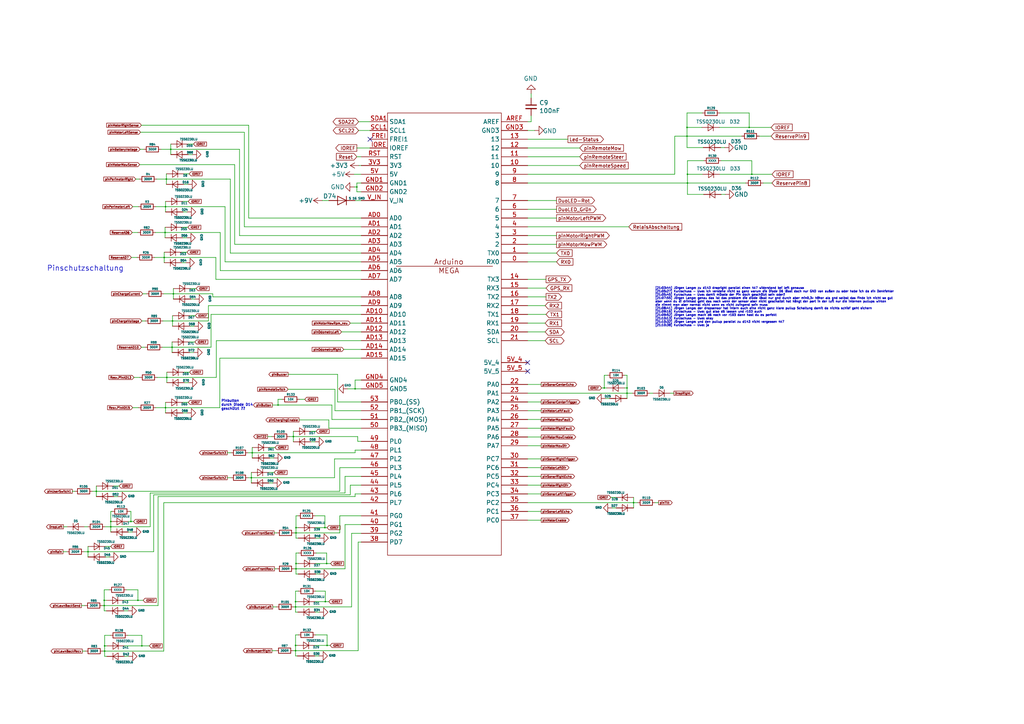
<source format=kicad_sch>
(kicad_sch (version 20201015) (generator eeschema)
  (page 1 35)
  (paper "A4")
  (title_block (title "Ardumower shield SVN Version") (date "2020-07-06") (rev "1.4") (company "ML AG JL UZ"))
  (junction (at 25.527 160.02) (diameter 0.3048))
  (junction (at 27.94 142.494) (diameter 0.3048))
  (junction (at 30.226 174.117) (diameter 0.3048))
  (junction (at 30.226 175.641) (diameter 0.3048))
  (junction (at 30.353 187.325) (diameter 0.3048))
  (junction (at 30.353 188.849) (diameter 0.3048))
  (junction (at 32.131 151.257) (diameter 0.3048))
  (junction (at 32.131 152.781) (diameter 0.3048))
  (junction (at 37.973 151.257) (diameter 0.3048))
  (junction (at 40.005 174.117) (diameter 0.3048))
  (junction (at 41.148 187.325) (diameter 0.3048))
  (junction (at 47.625 74.676) (diameter 0.3048))
  (junction (at 47.879 67.437) (diameter 0.3048))
  (junction (at 48.006 59.944) (diameter 0.3048))
  (junction (at 48.006 118.237) (diameter 0.3048))
  (junction (at 48.26 51.943) (diameter 0.3048))
  (junction (at 48.387 109.474) (diameter 0.3048))
  (junction (at 49.53 43.307) (diameter 0.3048))
  (junction (at 49.911 100.711) (diameter 0.3048))
  (junction (at 50.038 93.091) (diameter 0.3048))
  (junction (at 50.292 85.217) (diameter 0.3048))
  (junction (at 72.898 138.557) (diameter 0.3048))
  (junction (at 73.152 131.318) (diameter 0.3048))
  (junction (at 80.645 117.475) (diameter 0.3048))
  (junction (at 85.09 126.619) (diameter 0.3048))
  (junction (at 85.725 174.498) (diameter 0.3048))
  (junction (at 85.725 176.022) (diameter 0.3048))
  (junction (at 85.725 187.198) (diameter 0.3048))
  (junction (at 85.725 188.722) (diameter 0.3048))
  (junction (at 85.852 153.035) (diameter 0.3048))
  (junction (at 85.852 154.559) (diameter 0.3048))
  (junction (at 85.852 163.449) (diameter 0.3048))
  (junction (at 85.852 164.973) (diameter 0.3048))
  (junction (at 94.234 153.035) (diameter 0.3048))
  (junction (at 94.361 174.498) (diameter 0.3048))
  (junction (at 94.742 163.449) (diameter 0.3048))
  (junction (at 94.869 187.198) (diameter 0.3048))
  (junction (at 102.997 112.776) (diameter 0.3048))
  (junction (at 103.505 54.229) (diameter 0.3048))
  (junction (at 175.26 112.522) (diameter 0.3048))
  (junction (at 181.864 112.522) (diameter 0.3048))
  (junction (at 181.864 114.046) (diameter 0.3048))
  (junction (at 183.769 145.796) (diameter 0.3048))
  (junction (at 199.263 36.957) (diameter 0.3048))
  (junction (at 199.263 39.497) (diameter 0.3048))
  (junction (at 199.39 50.546) (diameter 0.3048))
  (junction (at 199.39 53.086) (diameter 0.3048))
  (junction (at 217.297 36.957) (diameter 0.3048))
  (junction (at 218.059 50.546) (diameter 0.3048))
  (no_connect (at 153.035 107.696))
  (no_connect (at 153.035 105.156))
  (no_connect (at 107.315 40.386))
  (wire (pts (xy 19.304 160.02) (xy 18.288 160.02)))
  (wire (pts (xy 19.431 152.781) (xy 18.415 152.781)))
  (wire (pts (xy 21.717 142.494) (xy 20.955 142.494)))
  (wire (pts (xy 24.384 160.02) (xy 25.527 160.02)))
  (wire (pts (xy 24.638 175.641) (xy 23.622 175.641)))
  (wire (pts (xy 24.765 188.849) (xy 23.876 188.849)))
  (wire (pts (xy 25.4 152.781) (xy 24.511 152.781)))
  (wire (pts (xy 25.527 158.496) (xy 25.527 160.02)))
  (wire (pts (xy 25.527 160.02) (xy 25.527 161.544)))
  (wire (pts (xy 25.527 160.02) (xy 44.577 160.02)))
  (wire (pts (xy 26.797 142.494) (xy 27.94 142.494)))
  (wire (pts (xy 27.94 140.97) (xy 27.94 142.494)))
  (wire (pts (xy 27.94 142.494) (xy 27.94 144.018)))
  (wire (pts (xy 27.94 142.494) (xy 98.552 142.494)))
  (wire (pts (xy 29.718 175.641) (xy 30.226 175.641)))
  (wire (pts (xy 29.845 188.849) (xy 30.353 188.849)))
  (wire (pts (xy 30.226 171.069) (xy 30.226 174.117)))
  (wire (pts (xy 30.226 171.069) (xy 31.623 171.069)))
  (wire (pts (xy 30.226 174.117) (xy 30.226 175.641)))
  (wire (pts (xy 30.226 174.117) (xy 30.861 174.117)))
  (wire (pts (xy 30.226 175.641) (xy 30.226 177.165)))
  (wire (pts (xy 30.226 175.641) (xy 45.847 175.641)))
  (wire (pts (xy 30.226 177.165) (xy 30.861 177.165)))
  (wire (pts (xy 30.353 184.277) (xy 30.353 187.325)))
  (wire (pts (xy 30.353 184.277) (xy 32.004 184.277)))
  (wire (pts (xy 30.353 187.325) (xy 30.353 188.849)))
  (wire (pts (xy 30.353 187.325) (xy 30.988 187.325)))
  (wire (pts (xy 30.353 188.849) (xy 30.353 190.373)))
  (wire (pts (xy 30.353 188.849) (xy 47.498 188.849)))
  (wire (pts (xy 30.353 190.373) (xy 30.988 190.373)))
  (wire (pts (xy 30.48 152.781) (xy 32.131 152.781)))
  (wire (pts (xy 30.607 158.496) (xy 32.131 158.496)))
  (wire (pts (xy 31.75 161.544) (xy 30.607 161.544)))
  (wire (pts (xy 32.131 148.336) (xy 32.131 151.257)))
  (wire (pts (xy 32.131 148.336) (xy 32.512 148.336)))
  (wire (pts (xy 32.131 151.257) (xy 32.131 152.781)))
  (wire (pts (xy 32.131 152.781) (xy 32.131 154.305)))
  (wire (pts (xy 32.131 152.781) (xy 43.561 152.781)))
  (wire (pts (xy 33.02 140.97) (xy 34.544 140.97)))
  (wire (pts (xy 34.163 144.018) (xy 33.02 144.018)))
  (wire (pts (xy 35.941 174.117) (xy 40.005 174.117)))
  (wire (pts (xy 36.068 187.325) (xy 41.148 187.325)))
  (wire (pts (xy 36.703 171.069) (xy 40.005 171.069)))
  (wire (pts (xy 37.084 177.165) (xy 35.941 177.165)))
  (wire (pts (xy 37.084 184.277) (xy 41.148 184.277)))
  (wire (pts (xy 37.211 151.257) (xy 37.973 151.257)))
  (wire (pts (xy 37.211 190.373) (xy 36.068 190.373)))
  (wire (pts (xy 37.973 148.336) (xy 37.592 148.336)))
  (wire (pts (xy 37.973 151.257) (xy 37.973 148.336)))
  (wire (pts (xy 37.973 151.257) (xy 38.735 151.257)))
  (wire (pts (xy 38.354 154.305) (xy 37.211 154.305)))
  (wire (pts (xy 39.37 51.943) (xy 40.386 51.943)))
  (wire (pts (xy 39.751 74.676) (xy 38.1 74.676)))
  (wire (pts (xy 40.005 67.437) (xy 38.354 67.437)))
  (wire (pts (xy 40.005 171.069) (xy 40.005 174.117)))
  (wire (pts (xy 40.005 174.117) (xy 41.529 174.117)))
  (wire (pts (xy 40.132 59.944) (xy 38.481 59.944)))
  (wire (pts (xy 40.132 118.237) (xy 38.481 118.237)))
  (wire (pts (xy 40.513 47.752) (xy 68.072 47.752)))
  (wire (pts (xy 40.513 109.474) (xy 38.862 109.474)))
  (wire (pts (xy 40.64 43.307) (xy 41.656 43.307)))
  (wire (pts (xy 40.767 38.354) (xy 70.866 38.354)))
  (wire (pts (xy 41.021 36.322) (xy 72.136 36.322)))
  (wire (pts (xy 41.021 100.711) (xy 42.037 100.711)))
  (wire (pts (xy 41.148 93.091) (xy 42.164 93.091)))
  (wire (pts (xy 41.148 184.277) (xy 41.148 187.325)))
  (wire (pts (xy 41.148 187.325) (xy 43.307 187.325)))
  (wire (pts (xy 41.402 85.217) (xy 42.418 85.217)))
  (wire (pts (xy 43.561 143.002) (xy 43.561 152.781)))
  (wire (pts (xy 44.577 143.51) (xy 101.6 143.51)))
  (wire (pts (xy 44.577 160.02) (xy 44.577 143.51)))
  (wire (pts (xy 44.831 74.676) (xy 47.625 74.676)))
  (wire (pts (xy 45.085 67.437) (xy 47.879 67.437)))
  (wire (pts (xy 45.212 118.237) (xy 48.006 118.237)))
  (wire (pts (xy 45.466 51.943) (xy 48.26 51.943)))
  (wire (pts (xy 45.593 109.474) (xy 48.387 109.474)))
  (wire (pts (xy 45.847 144.018) (xy 45.847 175.641)))
  (wire (pts (xy 46.736 43.307) (xy 49.53 43.307)))
  (wire (pts (xy 47.117 100.711) (xy 49.911 100.711)))
  (wire (pts (xy 47.244 93.091) (xy 50.038 93.091)))
  (wire (pts (xy 47.498 85.217) (xy 50.292 85.217)))
  (wire (pts (xy 47.498 145.796) (xy 47.498 188.849)))
  (wire (pts (xy 47.625 73.152) (xy 47.625 74.676)))
  (wire (pts (xy 47.625 74.676) (xy 47.625 76.2)))
  (wire (pts (xy 47.625 74.676) (xy 62.611 74.676)))
  (wire (pts (xy 47.879 65.913) (xy 47.879 67.437)))
  (wire (pts (xy 47.879 67.437) (xy 47.879 68.961)))
  (wire (pts (xy 47.879 67.437) (xy 63.881 67.437)))
  (wire (pts (xy 48.006 58.42) (xy 48.006 59.944)))
  (wire (pts (xy 48.006 59.944) (xy 45.212 59.944)))
  (wire (pts (xy 48.006 59.944) (xy 48.006 61.468)))
  (wire (pts (xy 48.006 116.713) (xy 48.006 118.237)))
  (wire (pts (xy 48.006 118.237) (xy 48.006 119.761)))
  (wire (pts (xy 48.006 118.237) (xy 63.754 118.237)))
  (wire (pts (xy 48.26 50.419) (xy 48.26 51.943)))
  (wire (pts (xy 48.26 51.943) (xy 48.26 53.467)))
  (wire (pts (xy 48.26 51.943) (xy 66.802 51.943)))
  (wire (pts (xy 48.387 107.95) (xy 48.387 109.474)))
  (wire (pts (xy 48.387 109.474) (xy 48.387 110.998)))
  (wire (pts (xy 48.387 109.474) (xy 62.738 109.474)))
  (wire (pts (xy 49.53 41.783) (xy 49.53 43.307)))
  (wire (pts (xy 49.53 43.307) (xy 49.53 44.831)))
  (wire (pts (xy 49.53 43.307) (xy 69.469 43.307)))
  (wire (pts (xy 49.911 99.187) (xy 49.911 100.711)))
  (wire (pts (xy 49.911 100.711) (xy 49.911 102.235)))
  (wire (pts (xy 49.911 100.711) (xy 61.214 100.711)))
  (wire (pts (xy 50.038 91.567) (xy 50.038 93.091)))
  (wire (pts (xy 50.038 93.091) (xy 50.038 94.615)))
  (wire (pts (xy 50.038 93.091) (xy 60.452 93.091)))
  (wire (pts (xy 50.292 83.693) (xy 50.292 85.217)))
  (wire (pts (xy 50.292 85.217) (xy 50.292 86.741)))
  (wire (pts (xy 50.292 85.217) (xy 61.722 85.217)))
  (wire (pts (xy 52.705 73.152) (xy 54.229 73.152)))
  (wire (pts (xy 52.959 65.913) (xy 54.483 65.913)))
  (wire (pts (xy 53.086 58.42) (xy 54.61 58.42)))
  (wire (pts (xy 53.086 116.713) (xy 54.61 116.713)))
  (wire (pts (xy 53.34 50.419) (xy 54.864 50.419)))
  (wire (pts (xy 53.467 107.95) (xy 54.991 107.95)))
  (wire (pts (xy 53.848 76.2) (xy 52.705 76.2)))
  (wire (pts (xy 54.102 68.961) (xy 52.959 68.961)))
  (wire (pts (xy 54.229 61.468) (xy 53.086 61.468)))
  (wire (pts (xy 54.229 119.761) (xy 53.086 119.761)))
  (wire (pts (xy 54.483 53.467) (xy 53.34 53.467)))
  (wire (pts (xy 54.61 41.783) (xy 56.134 41.783)))
  (wire (pts (xy 54.61 110.998) (xy 53.467 110.998)))
  (wire (pts (xy 54.991 99.187) (xy 56.515 99.187)))
  (wire (pts (xy 55.118 91.567) (xy 56.642 91.567)))
  (wire (pts (xy 55.372 83.693) (xy 56.896 83.693)))
  (wire (pts (xy 55.753 44.831) (xy 54.61 44.831)))
  (wire (pts (xy 56.134 102.235) (xy 54.991 102.235)))
  (wire (pts (xy 56.261 94.615) (xy 55.118 94.615)))
  (wire (pts (xy 56.515 86.741) (xy 55.372 86.741)))
  (wire (pts (xy 60.452 88.646) (xy 104.775 88.646)))
  (wire (pts (xy 60.452 93.091) (xy 60.452 88.646)))
  (wire (pts (xy 61.214 91.186) (xy 104.775 91.186)))
  (wire (pts (xy 61.214 100.711) (xy 61.214 91.186)))
  (wire (pts (xy 61.722 85.217) (xy 61.722 86.106)))
  (wire (pts (xy 61.722 86.106) (xy 104.775 86.106)))
  (wire (pts (xy 62.611 74.676) (xy 62.611 81.026)))
  (wire (pts (xy 62.611 81.026) (xy 104.775 81.026)))
  (wire (pts (xy 62.738 98.806) (xy 104.775 98.806)))
  (wire (pts (xy 62.738 109.474) (xy 62.738 98.806)))
  (wire (pts (xy 63.754 103.886) (xy 104.775 103.886)))
  (wire (pts (xy 63.754 118.237) (xy 63.754 103.886)))
  (wire (pts (xy 63.881 67.437) (xy 63.881 78.486)))
  (wire (pts (xy 63.881 78.486) (xy 104.775 78.486)))
  (wire (pts (xy 65.278 59.944) (xy 48.006 59.944)))
  (wire (pts (xy 65.278 75.946) (xy 65.278 59.944)))
  (wire (pts (xy 66.802 51.943) (xy 66.802 73.406)))
  (wire (pts (xy 66.802 73.406) (xy 104.775 73.406)))
  (wire (pts (xy 66.929 131.318) (xy 65.913 131.318)))
  (wire (pts (xy 66.929 138.557) (xy 65.913 138.557)))
  (wire (pts (xy 68.072 47.752) (xy 68.072 70.866)))
  (wire (pts (xy 68.072 70.866) (xy 104.775 70.866)))
  (wire (pts (xy 69.469 43.307) (xy 69.469 68.326)))
  (wire (pts (xy 69.469 68.326) (xy 104.775 68.326)))
  (wire (pts (xy 70.866 38.354) (xy 70.866 65.786)))
  (wire (pts (xy 70.866 65.786) (xy 104.775 65.786)))
  (wire (pts (xy 72.009 131.318) (xy 73.152 131.318)))
  (wire (pts (xy 72.009 138.557) (xy 72.898 138.557)))
  (wire (pts (xy 72.136 36.322) (xy 72.136 63.246)))
  (wire (pts (xy 72.136 63.246) (xy 104.775 63.246)))
  (wire (pts (xy 72.898 137.033) (xy 72.898 138.557)))
  (wire (pts (xy 72.898 138.557) (xy 72.898 140.081)))
  (wire (pts (xy 72.898 138.557) (xy 97.028 138.557)))
  (wire (pts (xy 73.152 129.794) (xy 73.152 131.318)))
  (wire (pts (xy 73.152 131.318) (xy 73.152 132.842)))
  (wire (pts (xy 73.152 131.318) (xy 102.997 131.318)))
  (wire (pts (xy 77.978 137.033) (xy 79.502 137.033)))
  (wire (pts (xy 78.232 129.794) (xy 79.756 129.794)))
  (wire (pts (xy 78.867 126.619) (xy 77.597 126.619)))
  (wire (pts (xy 78.994 117.475) (xy 80.645 117.475)))
  (wire (pts (xy 79.121 140.081) (xy 77.978 140.081)))
  (wire (pts (xy 79.375 132.842) (xy 78.232 132.842)))
  (wire (pts (xy 80.01 188.722) (xy 78.867 188.722)))
  (wire (pts (xy 80.137 176.022) (xy 79.121 176.022)))
  (wire (pts (xy 80.264 154.559) (xy 79.502 154.559)))
  (wire (pts (xy 80.264 164.973) (xy 79.629 164.973)))
  (wire (pts (xy 80.645 115.824) (xy 80.645 117.475)))
  (wire (pts (xy 80.645 117.475) (xy 96.266 117.475)))
  (wire (pts (xy 81.788 115.824) (xy 80.645 115.824)))
  (wire (pts (xy 83.566 108.585) (xy 97.917 108.585)))
  (wire (pts (xy 83.566 112.903) (xy 97.155 112.903)))
  (wire (pts (xy 83.947 126.619) (xy 85.09 126.619)))
  (wire (pts (xy 85.09 125.095) (xy 85.09 126.619)))
  (wire (pts (xy 85.09 126.619) (xy 85.09 128.143)))
  (wire (pts (xy 85.09 126.619) (xy 103.759 126.619)))
  (wire (pts (xy 85.09 188.722) (xy 85.725 188.722)))
  (wire (pts (xy 85.217 176.022) (xy 85.725 176.022)))
  (wire (pts (xy 85.344 154.559) (xy 85.852 154.559)))
  (wire (pts (xy 85.344 164.973) (xy 85.852 164.973)))
  (wire (pts (xy 85.725 171.45) (xy 85.725 174.498)))
  (wire (pts (xy 85.725 171.45) (xy 86.487 171.45)))
  (wire (pts (xy 85.725 174.498) (xy 85.725 176.022)))
  (wire (pts (xy 85.725 174.498) (xy 86.36 174.498)))
  (wire (pts (xy 85.725 176.022) (xy 85.725 177.546)))
  (wire (pts (xy 85.725 176.022) (xy 101.981 176.022)))
  (wire (pts (xy 85.725 177.546) (xy 86.36 177.546)))
  (wire (pts (xy 85.725 184.15) (xy 85.725 187.198)))
  (wire (pts (xy 85.725 184.15) (xy 86.487 184.15)))
  (wire (pts (xy 85.725 187.198) (xy 85.725 188.722)))
  (wire (pts (xy 85.725 187.198) (xy 86.233 187.198)))
  (wire (pts (xy 85.725 188.722) (xy 85.725 190.246)))
  (wire (pts (xy 85.725 188.722) (xy 103.886 188.722)))
  (wire (pts (xy 85.725 190.246) (xy 86.233 190.246)))
  (wire (pts (xy 85.852 149.606) (xy 85.852 153.035)))
  (wire (pts (xy 85.852 149.606) (xy 86.36 149.606)))
  (wire (pts (xy 85.852 153.035) (xy 85.852 154.559)))
  (wire (pts (xy 85.852 153.035) (xy 86.487 153.035)))
  (wire (pts (xy 85.852 154.559) (xy 85.852 156.083)))
  (wire (pts (xy 85.852 154.559) (xy 98.552 154.559)))
  (wire (pts (xy 85.852 156.083) (xy 86.487 156.083)))
  (wire (pts (xy 85.852 160.401) (xy 85.852 163.449)))
  (wire (pts (xy 85.852 160.401) (xy 86.614 160.401)))
  (wire (pts (xy 85.852 163.449) (xy 85.852 164.973)))
  (wire (pts (xy 85.852 163.449) (xy 86.487 163.449)))
  (wire (pts (xy 85.852 164.973) (xy 85.852 166.497)))
  (wire (pts (xy 85.852 164.973) (xy 100.076 164.973)))
  (wire (pts (xy 85.852 166.497) (xy 86.487 166.497)))
  (wire (pts (xy 86.741 121.793) (xy 95.377 121.793)))
  (wire (pts (xy 86.868 115.824) (xy 88.392 115.824)))
  (wire (pts (xy 90.17 125.095) (xy 91.694 125.095)))
  (wire (pts (xy 91.313 128.143) (xy 90.17 128.143)))
  (wire (pts (xy 91.313 187.198) (xy 94.869 187.198)))
  (wire (pts (xy 91.44 149.606) (xy 94.234 149.606)))
  (wire (pts (xy 91.44 174.498) (xy 94.361 174.498)))
  (wire (pts (xy 91.567 153.035) (xy 94.234 153.035)))
  (wire (pts (xy 91.567 163.449) (xy 94.742 163.449)))
  (wire (pts (xy 91.567 171.45) (xy 94.361 171.45)))
  (wire (pts (xy 91.567 184.15) (xy 94.869 184.15)))
  (wire (pts (xy 91.694 160.401) (xy 94.742 160.401)))
  (wire (pts (xy 92.456 190.246) (xy 91.313 190.246)))
  (wire (pts (xy 92.583 177.546) (xy 91.44 177.546)))
  (wire (pts (xy 92.71 156.083) (xy 91.567 156.083)))
  (wire (pts (xy 92.71 166.497) (xy 91.567 166.497)))
  (wire (pts (xy 94.234 149.606) (xy 94.234 153.035)))
  (wire (pts (xy 94.234 153.035) (xy 94.869 153.035)))
  (wire (pts (xy 94.361 171.45) (xy 94.361 174.498)))
  (wire (pts (xy 94.361 174.498) (xy 95.377 174.498)))
  (wire (pts (xy 94.742 160.401) (xy 94.742 163.449)))
  (wire (pts (xy 94.742 163.449) (xy 95.885 163.449)))
  (wire (pts (xy 94.869 184.15) (xy 94.869 187.198)))
  (wire (pts (xy 94.869 187.198) (xy 95.758 187.198)))
  (wire (pts (xy 95.377 58.166) (xy 93.472 58.166)))
  (wire (pts (xy 95.377 121.793) (xy 95.377 124.206)))
  (wire (pts (xy 95.377 124.206) (xy 104.775 124.206)))
  (wire (pts (xy 96.266 117.475) (xy 96.266 121.666)))
  (wire (pts (xy 96.266 121.666) (xy 104.775 121.666)))
  (wire (pts (xy 97.028 133.096) (xy 104.775 133.096)))
  (wire (pts (xy 97.028 138.557) (xy 97.028 133.096)))
  (wire (pts (xy 97.155 112.903) (xy 97.155 119.126)))
  (wire (pts (xy 97.155 119.126) (xy 104.775 119.126)))
  (wire (pts (xy 97.917 108.585) (xy 97.917 116.586)))
  (wire (pts (xy 97.917 116.586) (xy 104.775 116.586)))
  (wire (pts (xy 98.552 135.636) (xy 104.775 135.636)))
  (wire (pts (xy 98.552 142.494) (xy 98.552 135.636)))
  (wire (pts (xy 98.552 149.606) (xy 104.775 149.606)))
  (wire (pts (xy 98.552 154.559) (xy 98.552 149.606)))
  (wire (pts (xy 99.06 96.266) (xy 104.775 96.266)))
  (wire (pts (xy 99.695 101.346) (xy 104.775 101.346)))
  (wire (pts (xy 100.076 138.176) (xy 100.076 143.002)))
  (wire (pts (xy 100.076 138.176) (xy 104.775 138.176)))
  (wire (pts (xy 100.076 143.002) (xy 43.561 143.002)))
  (wire (pts (xy 100.076 152.146) (xy 104.775 152.146)))
  (wire (pts (xy 100.076 164.973) (xy 100.076 152.146)))
  (wire (pts (xy 100.838 112.776) (xy 102.997 112.776)))
  (wire (pts (xy 101.6 93.726) (xy 104.775 93.726)))
  (wire (pts (xy 101.6 140.716) (xy 104.775 140.716)))
  (wire (pts (xy 101.6 143.51) (xy 101.6 140.716)))
  (wire (pts (xy 101.981 154.686) (xy 104.775 154.686)))
  (wire (pts (xy 101.981 176.022) (xy 101.981 154.686)))
  (wire (pts (xy 102.743 50.546) (xy 104.775 50.546)))
  (wire (pts (xy 102.743 54.229) (xy 103.505 54.229)))
  (wire (pts (xy 102.997 58.166) (xy 104.775 58.166)))
  (wire (pts (xy 102.997 110.236) (xy 104.775 110.236)))
  (wire (pts (xy 102.997 112.776) (xy 102.997 110.236)))
  (wire (pts (xy 102.997 112.776) (xy 104.775 112.776)))
  (wire (pts (xy 102.997 130.556) (xy 104.775 130.556)))
  (wire (pts (xy 102.997 131.318) (xy 102.997 130.556)))
  (wire (pts (xy 102.997 143.256) (xy 102.997 144.018)))
  (wire (pts (xy 102.997 143.256) (xy 104.775 143.256)))
  (wire (pts (xy 102.997 144.018) (xy 45.847 144.018)))
  (wire (pts (xy 103.505 45.466) (xy 104.775 45.466)))
  (wire (pts (xy 103.505 53.086) (xy 103.505 54.229)))
  (wire (pts (xy 103.505 53.086) (xy 104.775 53.086)))
  (wire (pts (xy 103.505 54.229) (xy 103.505 55.626)))
  (wire (pts (xy 103.505 55.626) (xy 104.775 55.626)))
  (wire (pts (xy 103.759 126.619) (xy 103.759 128.016)))
  (wire (pts (xy 103.759 128.016) (xy 104.775 128.016)))
  (wire (pts (xy 103.886 157.226) (xy 104.775 157.226)))
  (wire (pts (xy 103.886 188.722) (xy 103.886 157.226)))
  (wire (pts (xy 104.14 48.006) (xy 104.775 48.006)))
  (wire (pts (xy 104.775 75.946) (xy 65.278 75.946)))
  (wire (pts (xy 104.775 145.796) (xy 47.498 145.796)))
  (wire (pts (xy 107.315 35.306) (xy 104.013 35.306)))
  (wire (pts (xy 107.315 37.846) (xy 104.013 37.846)))
  (wire (pts (xy 107.315 42.926) (xy 103.505 42.926)))
  (wire (pts (xy 153.035 37.846) (xy 155.067 37.846)))
  (wire (pts (xy 153.035 42.926) (xy 168.148 42.926)))
  (wire (pts (xy 153.035 45.466) (xy 168.148 45.466)))
  (wire (pts (xy 153.035 53.086) (xy 199.39 53.086)))
  (wire (pts (xy 153.035 65.786) (xy 182.372 65.786)))
  (wire (pts (xy 153.035 70.866) (xy 161.417 70.866)))
  (wire (pts (xy 153.035 73.406) (xy 161.417 73.406)))
  (wire (pts (xy 153.035 81.026) (xy 158.369 81.026)))
  (wire (pts (xy 153.035 86.106) (xy 158.369 86.106)))
  (wire (pts (xy 153.035 88.646) (xy 158.115 88.646)))
  (wire (pts (xy 153.035 91.186) (xy 158.369 91.186)))
  (wire (pts (xy 153.035 93.726) (xy 158.115 93.726)))
  (wire (pts (xy 153.035 96.266) (xy 158.115 96.266)))
  (wire (pts (xy 153.035 98.806) (xy 158.115 98.806)))
  (wire (pts (xy 153.035 111.506) (xy 156.972 111.506)))
  (wire (pts (xy 153.035 114.046) (xy 181.864 114.046)))
  (wire (pts (xy 153.035 116.586) (xy 156.972 116.586)))
  (wire (pts (xy 153.035 119.126) (xy 156.972 119.126)))
  (wire (pts (xy 153.035 121.666) (xy 156.972 121.666)))
  (wire (pts (xy 153.035 124.206) (xy 156.972 124.206)))
  (wire (pts (xy 153.035 126.746) (xy 156.972 126.746)))
  (wire (pts (xy 153.035 129.286) (xy 156.972 129.286)))
  (wire (pts (xy 153.035 133.096) (xy 156.972 133.096)))
  (wire (pts (xy 153.035 135.636) (xy 156.972 135.636)))
  (wire (pts (xy 153.035 138.176) (xy 156.972 138.176)))
  (wire (pts (xy 153.035 140.716) (xy 156.972 140.716)))
  (wire (pts (xy 153.035 143.256) (xy 156.972 143.256)))
  (wire (pts (xy 153.035 145.796) (xy 183.769 145.796)))
  (wire (pts (xy 153.035 148.336) (xy 156.972 148.336)))
  (wire (pts (xy 153.035 150.876) (xy 156.972 150.876)))
  (wire (pts (xy 154.051 28.448) (xy 154.051 27.178)))
  (wire (pts (xy 154.051 33.528) (xy 154.051 35.306)))
  (wire (pts (xy 154.051 35.306) (xy 153.035 35.306)))
  (wire (pts (xy 158.369 83.566) (xy 153.035 83.566)))
  (wire (pts (xy 161.417 58.166) (xy 153.035 58.166)))
  (wire (pts (xy 161.417 60.706) (xy 153.035 60.706)))
  (wire (pts (xy 161.417 63.246) (xy 153.035 63.246)))
  (wire (pts (xy 161.417 68.326) (xy 153.035 68.326)))
  (wire (pts (xy 161.417 75.946) (xy 153.035 75.946)))
  (wire (pts (xy 164.719 40.386) (xy 153.035 40.386)))
  (wire (pts (xy 168.148 48.006) (xy 153.035 48.006)))
  (wire (pts (xy 174.498 112.522) (xy 175.26 112.522)))
  (wire (pts (xy 175.26 108.839) (xy 175.26 112.522)))
  (wire (pts (xy 175.26 112.522) (xy 176.022 112.522)))
  (wire (pts (xy 175.641 115.57) (xy 176.784 115.57)))
  (wire (pts (xy 176.149 108.839) (xy 175.26 108.839)))
  (wire (pts (xy 177.546 147.32) (xy 178.689 147.32)))
  (wire (pts (xy 178.689 144.272) (xy 177.165 144.272)))
  (wire (pts (xy 181.864 108.839) (xy 181.229 108.839)))
  (wire (pts (xy 181.864 108.839) (xy 181.864 112.522)))
  (wire (pts (xy 181.864 112.522) (xy 181.102 112.522)))
  (wire (pts (xy 181.864 112.522) (xy 181.864 114.046)))
  (wire (pts (xy 181.864 114.046) (xy 181.864 115.57)))
  (wire (pts (xy 181.864 114.046) (xy 183.388 114.046)))
  (wire (pts (xy 183.769 144.272) (xy 183.769 145.796)))
  (wire (pts (xy 183.769 145.796) (xy 183.769 147.32)))
  (wire (pts (xy 183.769 145.796) (xy 184.912 145.796)))
  (wire (pts (xy 188.468 114.046) (xy 189.357 114.046)))
  (wire (pts (xy 189.992 145.796) (xy 191.008 145.796)))
  (wire (pts (xy 194.437 114.046) (xy 195.453 114.046)))
  (wire (pts (xy 195.707 39.497) (xy 195.707 50.546)))
  (wire (pts (xy 195.707 39.497) (xy 199.263 39.497)))
  (wire (pts (xy 195.707 50.546) (xy 153.035 50.546)))
  (wire (pts (xy 199.263 32.766) (xy 199.263 36.957)))
  (wire (pts (xy 199.263 32.766) (xy 203.708 32.766)))
  (wire (pts (xy 199.263 36.957) (xy 199.263 39.497)))
  (wire (pts (xy 199.263 36.957) (xy 203.581 36.957)))
  (wire (pts (xy 199.263 39.497) (xy 199.263 42.799)))
  (wire (pts (xy 199.263 39.497) (xy 215.138 39.497)))
  (wire (pts (xy 199.263 42.799) (xy 203.962 42.799)))
  (wire (pts (xy 199.39 46.609) (xy 199.39 50.546)))
  (wire (pts (xy 199.39 50.546) (xy 199.39 53.086)))
  (wire (pts (xy 199.39 50.546) (xy 203.708 50.546)))
  (wire (pts (xy 199.39 53.086) (xy 199.39 56.388)))
  (wire (pts (xy 199.39 53.086) (xy 216.281 53.086)))
  (wire (pts (xy 199.39 56.388) (xy 204.089 56.388)))
  (wire (pts (xy 204.089 46.609) (xy 199.39 46.609)))
  (wire (pts (xy 208.661 36.957) (xy 217.297 36.957)))
  (wire (pts (xy 208.788 32.766) (xy 217.297 32.766)))
  (wire (pts (xy 208.788 50.546) (xy 218.059 50.546)))
  (wire (pts (xy 209.169 46.609) (xy 218.059 46.609)))
  (wire (pts (xy 210.185 42.799) (xy 209.042 42.799)))
  (wire (pts (xy 210.312 56.388) (xy 209.169 56.388)))
  (wire (pts (xy 217.297 32.766) (xy 217.297 36.957)))
  (wire (pts (xy 217.297 36.957) (xy 223.647 36.957)))
  (wire (pts (xy 218.059 46.609) (xy 218.059 50.546)))
  (wire (pts (xy 218.059 50.546) (xy 223.901 50.546)))
  (wire (pts (xy 220.218 39.497) (xy 223.647 39.497)))
  (wire (pts (xy 221.361 53.086) (xy 223.901 53.086)))
  (image (at -41.148 75.311))
  (text "Pinschutzschaltung" (at 13.589 78.867 0) (effects (font (size 1.524 1.524)) (justify left bottom)))
  (text "Pinbutton\ndurch Diode D14\ngeschützt ??" (at 64.135 119.126 0) (effects (font (size 0.7112 0.7112)) (justify left bottom)))
  (text "[21:03:44] Jürgen Lange: zu d143 dropright parallel einen 4k7 widerstand bei left genauso\n[21:05:27] Kurzschuss - Uwe: Ich verstehe nicht so ganz warum die Diode D6 lässt doch nur GND von außen zu oder habe ich da ein Denkfehler\n[21:05:45] Kurzschuss - Uwe: damit müsste der Pin doch geschützt sein oder?\n[21:07:55] Jürgen Lange: genau das ist das problem die diode lässt nur gnd durch aber min0,3v höher als gnd selbst das finde ich nicht so gut \naber wenn du di drinhast geht das noch wenn der sensor aber nicht geschaltet hat hängt der port in der luft nur die internen pullups wirken \ndie nimmt man aber normal nicht wenn es nicht zwingend sein muss\n[21:08:41] Jürgen Lange: der dropsensor hat intern auch eine nicht ganz klare pullup Schaltung damit da nichts schief geht sichern\n[21:09:16] Kurzschuss - Uwe: gut also d6 lassen und r103 auch\n[21:09:52] Jürgen Lange: mach d6 noch vor r103 dann hast du es perfekt\n[21:10:13] Kurzschuss - Uwe: okay\n[21:10:32] Jürgen Lange: und den pullup parallel zu d143 nicht vergessen 4k7\n[21:10:38] Kurzschuss - Uwe: ja" (at 189.992 94.869 0) (effects (font (size 0.6096 0.6096)) (justify left bottom)))
  (text "also im grunde ist es bei der schaltung völlig pups...... \nes ist genau das gleiche problem wie mit dem LsF010x \nnicht der shifter ist das problem sondern das was dahinter kommt.\n Fraaage...... was macht ein pin wenn es als ausgang programmiert ist\nund wird aktiv mit einem andern ausgang verbunden? \nRichtiiiig es macht puff und so ist das auch mit dem shifter \ndu kannst dir aber die regel merken der gate widerstand zeigt zum MPU pin" (at 326.644 77.216 0) (effects (font (size 2.0066 2.0066)) (justify left bottom)))
  (text "achso um mein geschreibsel für den level shifter \nnoch mal zu verdeutlichen die low-side darf immer kleiner \noder gleichgroß der high-side sein \naber niemals größer als die high-side \nich hoffe das ist jetzt etwas verständlicher" (at 327.66 106.172 0) (effects (font (size 2.0066 2.0066)) (justify left bottom)))
  (global_label "pinRain" (shape output) (at 18.288 160.02 180) (effects (font (size 0.6096 0.6096))))
  (global_label "DropLeft" (shape output) (at 18.415 152.781 180) (effects (font (size 0.6096 0.6096))))
  (global_label "pinUserSwitch1" (shape output) (at 20.955 142.494 180) (effects (font (size 0.6096 0.6096))))
  (global_label "pinLawnBackSend" (shape output) (at 23.622 175.641 180) (effects (font (size 0.6096 0.6096))))
  (global_label "pinLawnBackRecv" (shape output) (at 23.876 188.849 180) (effects (font (size 0.6096 0.6096))))
  (global_label "IOREF" (shape input) (at 32.131 158.496 0) (effects (font (size 0.6096 0.6096))))
  (global_label "IOREF" (shape input) (at 34.544 140.97 0) (effects (font (size 0.6096 0.6096))))
  (global_label "ReserveAD7" (shape input) (at 38.1 74.676 180) (effects (font (size 0.6096 0.6096))))
  (global_label "ReserveAD6" (shape input) (at 38.354 67.437 180) (effects (font (size 0.6096 0.6096))))
  (global_label "pinPerimeterLeft" (shape input) (at 38.481 59.944 180) (effects (font (size 0.6096 0.6096))))
  (global_label "Resv.PinAD15" (shape input) (at 38.481 118.237 180) (effects (font (size 0.6096 0.6096))))
  (global_label "IOREF" (shape input) (at 38.735 151.257 0) (effects (font (size 0.6096 0.6096))))
  (global_label "Resv.PinAD13" (shape input) (at 38.862 109.474 180) (effects (font (size 0.6096 0.6096))))
  (global_label "pinPerimeterRight" (shape input) (at 39.37 51.943 180) (effects (font (size 0.6096 0.6096))))
  (global_label "pinMotorMowSense" (shape input) (at 40.513 47.752 180) (effects (font (size 0.6096 0.6096))))
  (global_label "pinBatteryVoltage" (shape input) (at 40.64 43.307 180) (effects (font (size 0.6096 0.6096))))
  (global_label "pinMotorLeftSense" (shape input) (at 40.767 38.354 180) (effects (font (size 0.6096 0.6096))))
  (global_label "pinMotorRightSense" (shape input) (at 41.021 36.322 180) (effects (font (size 0.6096 0.6096))))
  (global_label "ReserveAD10" (shape input) (at 41.021 100.711 180) (effects (font (size 0.6096 0.6096))))
  (global_label "pinChargeVoltage" (shape input) (at 41.148 93.091 180) (effects (font (size 0.6096 0.6096))))
  (global_label "pinChargeCurrent" (shape input) (at 41.402 85.217 180) (effects (font (size 0.6096 0.6096))))
  (global_label "IOREF" (shape input) (at 41.529 174.117 0) (effects (font (size 0.6096 0.6096))))
  (global_label "IOREF" (shape input) (at 43.307 187.325 0) (effects (font (size 0.6096 0.6096))))
  (global_label "IOREF" (shape input) (at 54.229 73.152 0) (effects (font (size 0.6096 0.6096))))
  (global_label "IOREF" (shape input) (at 54.483 65.913 0) (effects (font (size 0.6096 0.6096))))
  (global_label "IOREF" (shape input) (at 54.61 58.42 0) (effects (font (size 0.6096 0.6096))))
  (global_label "IOREF" (shape input) (at 54.61 116.713 0) (effects (font (size 0.6096 0.6096))))
  (global_label "IOREF" (shape input) (at 54.864 50.419 0) (effects (font (size 0.6096 0.6096))))
  (global_label "IOREF" (shape input) (at 54.991 107.95 0) (effects (font (size 0.6096 0.6096))))
  (global_label "IOREF" (shape input) (at 56.134 41.783 0) (effects (font (size 0.6096 0.6096))))
  (global_label "IOREF" (shape input) (at 56.515 99.187 0) (effects (font (size 0.6096 0.6096))))
  (global_label "IOREF" (shape input) (at 56.642 91.567 0) (effects (font (size 0.6096 0.6096))))
  (global_label "IOREF" (shape input) (at 56.896 83.693 0) (effects (font (size 0.6096 0.6096))))
  (global_label "pinUserSwitch3" (shape output) (at 65.913 131.318 180) (effects (font (size 0.6096 0.6096))))
  (global_label "pinUserSwitch2" (shape output) (at 65.913 138.557 180) (effects (font (size 0.6096 0.6096))))
  (global_label "DHT22" (shape output) (at 77.597 126.619 180) (effects (font (size 0.6096 0.6096))))
  (global_label "pinBumperRight" (shape output) (at 78.867 188.722 180) (effects (font (size 0.6096 0.6096))))
  (global_label "pinButton" (shape output) (at 78.994 117.475 180) (effects (font (size 0.6096 0.6096))))
  (global_label "pinBumperLeft" (shape output) (at 79.121 176.022 180) (effects (font (size 0.6096 0.6096))))
  (global_label "IOREF" (shape input) (at 79.502 137.033 0) (effects (font (size 0.6096 0.6096))))
  (global_label "pinLawnFrontSend" (shape output) (at 79.502 154.559 180) (effects (font (size 0.6096 0.6096))))
  (global_label "pinLawnFrontRecv" (shape output) (at 79.629 164.973 180) (effects (font (size 0.6096 0.6096))))
  (global_label "IOREF" (shape input) (at 79.756 129.794 0) (effects (font (size 0.6096 0.6096))))
  (global_label "pinBuzzer" (shape output) (at 83.566 108.585 180) (effects (font (size 0.6096 0.6096))))
  (global_label "pinRemoteSwitch" (shape input) (at 83.566 112.903 180) (effects (font (size 0.6096 0.6096))))
  (global_label "pinChargingEnable" (shape output) (at 86.741 121.793 180) (effects (font (size 0.6096 0.6096))))
  (global_label "IOREF" (shape input) (at 88.392 115.824 0) (effects (font (size 0.6096 0.6096))))
  (global_label "IOREF" (shape input) (at 91.694 125.095 0) (effects (font (size 0.6096 0.6096))))
  (global_label "IOREF" (shape input) (at 94.869 153.035 0) (effects (font (size 0.6096 0.6096))))
  (global_label "IOREF" (shape input) (at 95.377 174.498 0) (effects (font (size 0.6096 0.6096))))
  (global_label "IOREF" (shape input) (at 95.758 187.198 0) (effects (font (size 0.6096 0.6096))))
  (global_label "IOREF" (shape input) (at 95.885 163.449 0) (effects (font (size 0.6096 0.6096))))
  (global_label "pinOdometryLeft" (shape input) (at 99.06 96.266 180) (effects (font (size 0.6096 0.6096))))
  (global_label "pinOdometryRight" (shape input) (at 99.695 101.346 180) (effects (font (size 0.6096 0.6096))))
  (global_label "pinMotorMowRpm_neu" (shape input) (at 101.6 93.726 180) (effects (font (size 0.6096 0.6096))))
  (global_label "IOREF" (shape output) (at 103.505 42.926 180) (effects (font (size 0.9906 0.9906))))
  (global_label "Reset" (shape input) (at 103.505 45.466 180) (effects (font (size 0.9906 0.9906))))
  (global_label "SDA22" (shape bidirectional) (at 104.013 35.306 180) (effects (font (size 0.9906 0.9906))))
  (global_label "SCL22" (shape bidirectional) (at 104.013 37.846 180) (effects (font (size 0.9906 0.9906))))
  (global_label "pinSonarCenterEcho" (shape output) (at 156.972 111.506 0) (effects (font (size 0.6096 0.6096))))
  (global_label "pinSonarCenterTrigger" (shape output) (at 156.972 116.586 0) (effects (font (size 0.6096 0.6096))))
  (global_label "pinMotorLeftFault" (shape output) (at 156.972 119.126 0) (effects (font (size 0.6096 0.6096))))
  (global_label "pinMotorMowFault" (shape output) (at 156.972 121.666 0) (effects (font (size 0.6096 0.6096))))
  (global_label "pinMotorRightFault" (shape output) (at 156.972 124.206 0) (effects (font (size 0.6096 0.6096))))
  (global_label "pinMotorMowEnable" (shape output) (at 156.972 126.746 0) (effects (font (size 0.6096 0.6096))))
  (global_label "pinMotorMowDir" (shape output) (at 156.972 129.286 0) (effects (font (size 0.6096 0.6096))))
  (global_label "pinSonarRightTrigger" (shape output) (at 156.972 133.096 0) (effects (font (size 0.6096 0.6096))))
  (global_label "pinMotorLeftDir" (shape output) (at 156.972 135.636 0) (effects (font (size 0.6096 0.6096))))
  (global_label "pinSonarRightEcho" (shape output) (at 156.972 138.176 0) (effects (font (size 0.6096 0.6096))))
  (global_label "pinMotorRightDir" (shape output) (at 156.972 140.716 0) (effects (font (size 0.6096 0.6096))))
  (global_label "pinSonarLeftTrigger" (shape output) (at 156.972 143.256 0) (effects (font (size 0.6096 0.6096))))
  (global_label "pinSonarLeftEcho" (shape output) (at 156.972 148.336 0) (effects (font (size 0.6096 0.6096))))
  (global_label "pinMotorEnable" (shape output) (at 156.972 150.876 0) (effects (font (size 0.6096 0.6096))))
  (global_label "RX2" (shape input) (at 158.115 88.646 0) (effects (font (size 0.9906 0.9906))))
  (global_label "RX1" (shape input) (at 158.115 93.726 0) (effects (font (size 0.9906 0.9906))))
  (global_label "SDA" (shape bidirectional) (at 158.115 96.266 0) (effects (font (size 0.9906 0.9906))))
  (global_label "SCL" (shape bidirectional) (at 158.115 98.806 0) (effects (font (size 0.9906 0.9906))))
  (global_label "GPS_TX" (shape output) (at 158.369 81.026 0) (effects (font (size 0.9906 0.9906))))
  (global_label "GPS_RX" (shape input) (at 158.369 83.566 0) (effects (font (size 0.9906 0.9906))))
  (global_label "TX2" (shape output) (at 158.369 86.106 0) (effects (font (size 0.9906 0.9906))))
  (global_label "TX1" (shape input) (at 158.369 91.186 0) (effects (font (size 0.9906 0.9906))))
  (global_label "DuoLED-Rot" (shape output) (at 161.417 58.166 0) (effects (font (size 0.9906 0.9906))))
  (global_label "DuoLED_Grün" (shape output) (at 161.417 60.706 0) (effects (font (size 0.9906 0.9906))))
  (global_label "pinMotorLeftPWM" (shape output) (at 161.417 63.246 0) (effects (font (size 0.9906 0.9906))))
  (global_label "pinMotorRightPWM" (shape output) (at 161.417 68.326 0) (effects (font (size 0.9906 0.9906))))
  (global_label "pinMotorMowPWM" (shape output) (at 161.417 70.866 0) (effects (font (size 0.9906 0.9906))))
  (global_label "TX0" (shape input) (at 161.417 73.406 0) (effects (font (size 0.9906 0.9906))))
  (global_label "RX0" (shape input) (at 161.417 75.946 0) (effects (font (size 0.9906 0.9906))))
  (global_label "Led-Status" (shape output) (at 164.719 40.386 0) (effects (font (size 0.9906 0.9906))))
  (global_label "pinRemoteMow" (shape input) (at 168.148 42.926 0) (effects (font (size 0.9906 0.9906))))
  (global_label "pinRemoteSteer" (shape input) (at 168.148 45.466 0) (effects (font (size 0.9906 0.9906))))
  (global_label "pinRemoteSpeed" (shape input) (at 168.148 48.006 0) (effects (font (size 0.9906 0.9906))))
  (global_label "IOREF" (shape input) (at 174.498 112.522 180) (effects (font (size 0.6096 0.6096))))
  (global_label "IOREF" (shape input) (at 177.165 144.272 180) (effects (font (size 0.6096 0.6096))))
  (global_label "RelaisAbschaltung" (shape input) (at 182.372 65.786 0) (effects (font (size 0.9906 0.9906))))
  (global_label "pinTilt" (shape output) (at 191.008 145.796 0) (effects (font (size 0.6096 0.6096))))
  (global_label "DropRight" (shape output) (at 195.453 114.046 0) (effects (font (size 0.6096 0.6096))))
  (global_label "IOREF" (shape input) (at 223.647 36.957 0) (effects (font (size 0.9906 0.9906))))
  (global_label "ReservePin9" (shape input) (at 223.647 39.497 0) (effects (font (size 0.9906 0.9906))))
  (global_label "IOREF" (shape input) (at 223.901 50.546 0) (effects (font (size 0.9906 0.9906))))
  (global_label "ReservePin8" (shape input) (at 223.901 53.086 0) (effects (font (size 0.9906 0.9906))))
  (symbol (lib_id "ardumower-mega-shield-svn-rescue:+9V-RESCUE-ardumower_mega_shield_svn") (at 93.472 58.166 90) (unit 1)
    (property "Reference" "#PWR0180" (effects hide))
    (property "Value" "+9V" (at 88.646 58.166 90))
  )
  (symbol (lib_id "ardumower-mega-shield-svn-rescue:+5V-RESCUE-ardumower_mega_shield_svn") (at 102.743 50.546 90) (unit 1)
    (property "Reference" "#PWR0182" (effects hide))
    (property "Value" "+5V" (at 98.044 50.546 90))
  )
  (symbol (lib_id "ardumower-mega-shield-svn-rescue:+3.3V-RESCUE-ardumower_mega_shield_svn") (at 104.14 48.006 90) (unit 1)
    (property "Reference" "#PWR0181" (effects hide))
    (property "Value" "+3.3V" (at 98.298 48.006 90))
  )
  (symbol (lib_id "ardumower-mega-shield-svn-rescue:GND-RESCUE-ardumower_mega_shield_svn") (at 31.75 161.544 90) (unit 1)
    (property "Reference" "#PWR0204" (effects hide))
    (property "Value" "GND" (at 35.687 161.417 90) (effects (font (size 0.6096 0.6096))))
  )
  (symbol (lib_id "ardumower-mega-shield-svn-rescue:GND-RESCUE-ardumower_mega_shield_svn") (at 34.163 144.018 90) (unit 1)
    (property "Reference" "#PWR0202" (effects hide))
    (property "Value" "GND" (at 38.1 143.891 90) (effects (font (size 0.6096 0.6096))))
  )
  (symbol (lib_id "ardumower-mega-shield-svn-rescue:GND-RESCUE-ardumower_mega_shield_svn") (at 37.084 177.165 90) (unit 1)
    (property "Reference" "#PWR0205" (effects hide))
    (property "Value" "GND" (at 41.021 177.038 90) (effects (font (size 0.6096 0.6096))))
  )
  (symbol (lib_id "ardumower-mega-shield-svn-rescue:GND-RESCUE-ardumower_mega_shield_svn") (at 37.211 190.373 90) (unit 1)
    (property "Reference" "#PWR0206" (effects hide))
    (property "Value" "GND" (at 41.148 190.246 90) (effects (font (size 0.6096 0.6096))))
  )
  (symbol (lib_id "ardumower-mega-shield-svn-rescue:GND-RESCUE-ardumower_mega_shield_svn") (at 38.354 154.305 90) (unit 1)
    (property "Reference" "#PWR0203" (effects hide))
    (property "Value" "GND" (at 42.291 154.178 90) (effects (font (size 0.6096 0.6096))))
  )
  (symbol (lib_id "ardumower-mega-shield-svn-rescue:GND-RESCUE-ardumower_mega_shield_svn") (at 53.848 76.2 90) (unit 1)
    (property "Reference" "#PWR0193" (effects hide))
    (property "Value" "GND" (at 58.2422 76.073 0) (effects (font (size 0.6096 0.6096))))
  )
  (symbol (lib_id "ardumower-mega-shield-svn-rescue:GND-RESCUE-ardumower_mega_shield_svn") (at 54.102 68.961 90) (unit 1)
    (property "Reference" "#PWR0192" (effects hide))
    (property "Value" "GND" (at 58.4962 68.834 0) (effects (font (size 0.6096 0.6096))))
  )
  (symbol (lib_id "ardumower-mega-shield-svn-rescue:GND-RESCUE-ardumower_mega_shield_svn") (at 54.229 61.468 90) (unit 1)
    (property "Reference" "#PWR0187" (effects hide))
    (property "Value" "GND" (at 58.6232 61.341 0) (effects (font (size 0.6096 0.6096))))
  )
  (symbol (lib_id "ardumower-mega-shield-svn-rescue:GND-RESCUE-ardumower_mega_shield_svn") (at 54.229 119.761 90) (unit 1)
    (property "Reference" "#PWR0198" (effects hide))
    (property "Value" "GND" (at 58.6232 119.634 0) (effects (font (size 0.6096 0.6096))))
  )
  (symbol (lib_id "ardumower-mega-shield-svn-rescue:GND-RESCUE-ardumower_mega_shield_svn") (at 54.483 53.467 90) (unit 1)
    (property "Reference" "#PWR0190" (effects hide))
    (property "Value" "GND" (at 58.8772 53.34 0) (effects (font (size 0.6096 0.6096))))
  )
  (symbol (lib_id "ardumower-mega-shield-svn-rescue:GND-RESCUE-ardumower_mega_shield_svn") (at 54.61 110.998 90) (unit 1)
    (property "Reference" "#PWR0194" (effects hide))
    (property "Value" "GND" (at 59.0042 110.871 0) (effects (font (size 0.6096 0.6096))))
  )
  (symbol (lib_id "ardumower-mega-shield-svn-rescue:GND-RESCUE-ardumower_mega_shield_svn") (at 55.753 44.831 90) (unit 1)
    (property "Reference" "#PWR0191" (effects hide))
    (property "Value" "GND" (at 60.1472 44.704 0) (effects (font (size 0.6096 0.6096))))
  )
  (symbol (lib_id "ardumower-mega-shield-svn-rescue:GND-RESCUE-ardumower_mega_shield_svn") (at 56.134 102.235 90) (unit 1)
    (property "Reference" "#PWR0197" (effects hide))
    (property "Value" "GND" (at 60.5282 102.108 0) (effects (font (size 0.6096 0.6096))))
  )
  (symbol (lib_id "ardumower-mega-shield-svn-rescue:GND-RESCUE-ardumower_mega_shield_svn") (at 56.261 94.615 90) (unit 1)
    (property "Reference" "#PWR0196" (effects hide))
    (property "Value" "GND" (at 60.6552 94.488 0) (effects (font (size 0.6096 0.6096))))
  )
  (symbol (lib_id "ardumower-mega-shield-svn-rescue:GND-RESCUE-ardumower_mega_shield_svn") (at 56.515 86.741 90) (unit 1)
    (property "Reference" "#PWR0195" (effects hide))
    (property "Value" "GND" (at 60.9092 86.614 0) (effects (font (size 0.6096 0.6096))))
  )
  (symbol (lib_id "ardumower-mega-shield-svn-rescue:GND-RESCUE-ardumower_mega_shield_svn") (at 79.121 140.081 90) (unit 1)
    (property "Reference" "#PWR0201" (effects hide))
    (property "Value" "GND" (at 83.058 139.954 90) (effects (font (size 0.6096 0.6096))))
  )
  (symbol (lib_id "ardumower-mega-shield-svn-rescue:GND-RESCUE-ardumower_mega_shield_svn") (at 79.375 132.842 90) (unit 1)
    (property "Reference" "#PWR0200" (effects hide))
    (property "Value" "GND" (at 83.312 132.715 90) (effects (font (size 0.6096 0.6096))))
  )
  (symbol (lib_id "ardumower-mega-shield-svn-rescue:GND-RESCUE-ardumower_mega_shield_svn") (at 91.313 128.143 90) (unit 1)
    (property "Reference" "#PWR0199" (effects hide))
    (property "Value" "GND" (at 95.25 128.016 90) (effects (font (size 0.6096 0.6096))))
  )
  (symbol (lib_id "ardumower-mega-shield-svn-rescue:GND-RESCUE-ardumower_mega_shield_svn") (at 92.456 190.246 90) (unit 1)
    (property "Reference" "#PWR0210" (effects hide))
    (property "Value" "GND" (at 96.393 190.119 90) (effects (font (size 0.6096 0.6096))))
  )
  (symbol (lib_id "ardumower-mega-shield-svn-rescue:GND-RESCUE-ardumower_mega_shield_svn") (at 92.583 177.546 90) (unit 1)
    (property "Reference" "#PWR0209" (effects hide))
    (property "Value" "GND" (at 96.52 177.419 90) (effects (font (size 0.6096 0.6096))))
  )
  (symbol (lib_id "ardumower-mega-shield-svn-rescue:GND-RESCUE-ardumower_mega_shield_svn") (at 92.71 156.083 90) (unit 1)
    (property "Reference" "#PWR0207" (effects hide))
    (property "Value" "GND" (at 96.647 155.956 90) (effects (font (size 0.6096 0.6096))))
  )
  (symbol (lib_id "ardumower-mega-shield-svn-rescue:GND-RESCUE-ardumower_mega_shield_svn") (at 92.71 166.497 90) (unit 1)
    (property "Reference" "#PWR0208" (effects hide))
    (property "Value" "GND" (at 96.647 166.37 90) (effects (font (size 0.6096 0.6096))))
  )
  (symbol (lib_id "ardumower-mega-shield-svn-rescue:GND-RESCUE-ardumower_mega_shield_svn") (at 100.838 112.776 270) (mirror x) (unit 1)
    (property "Reference" "#PWR0183" (effects hide))
    (property "Value" "GND" (at 100.838 111.76 90) (effects (font (size 0.6096 0.6096))))
  )
  (symbol (lib_id "ardumower-mega-shield-svn-rescue:GND-RESCUE-ardumower_mega_shield_svn") (at 102.743 54.229 270) (mirror x) (unit 1)
    (property "Reference" "#PWR0186" (effects hide))
    (property "Value" "GND" (at 97.917 54.229 90))
  )
  (symbol (lib_id "ardumower-mega-shield-svn-rescue:GND-RESCUE-ardumower_mega_shield_svn") (at 154.051 27.178 180) (unit 1)
    (property "Reference" "#PWR0184" (effects hide))
    (property "Value" "GND" (at 153.924 22.7838 0))
  )
  (symbol (lib_id "ardumower-mega-shield-svn-rescue:GND-RESCUE-ardumower_mega_shield_svn") (at 155.067 37.846 90) (mirror x) (unit 1)
    (property "Reference" "#PWR0185" (effects hide))
    (property "Value" "GND" (at 159.4612 37.973 90))
  )
  (symbol (lib_id "ardumower-mega-shield-svn-rescue:GND-RESCUE-ardumower_mega_shield_svn") (at 175.641 115.57 270) (mirror x) (unit 1)
    (property "Reference" "#PWR0212" (effects hide))
    (property "Value" "GND" (at 171.704 115.443 90) (effects (font (size 0.6096 0.6096))))
  )
  (symbol (lib_id "ardumower-mega-shield-svn-rescue:GND-RESCUE-ardumower_mega_shield_svn") (at 177.546 147.32 270) (mirror x) (unit 1)
    (property "Reference" "#PWR0211" (effects hide))
    (property "Value" "GND" (at 173.609 147.193 90) (effects (font (size 0.6096 0.6096))))
  )
  (symbol (lib_id "ardumower-mega-shield-svn-rescue:GND-RESCUE-ardumower_mega_shield_svn") (at 210.185 42.799 90) (unit 1)
    (property "Reference" "#PWR0188" (effects hide))
    (property "Value" "GND" (at 214.884 42.799 90))
  )
  (symbol (lib_id "ardumower-mega-shield-svn-rescue:GND-RESCUE-ardumower_mega_shield_svn") (at 210.312 56.388 90) (unit 1)
    (property "Reference" "#PWR0189" (effects hide))
    (property "Value" "GND" (at 215.011 56.388 90))
  )
  (symbol (lib_id "ardumower-mega-shield-svn-rescue:R_Small-RESCUE-ardumower_mega_shield_svn") (at 21.844 160.02 90) (unit 1)
    (property "Reference" "R86" (at 21.844 158.623 90) (effects (font (size 0.6096 0.6096))))
    (property "Value" "300R" (at 21.844 160.02 90) (effects (font (size 0.6096 0.6096))))
    (property "Footprint" "Zimprich:R_0603" (effects hide))
    (property "Gehäuseart" "Value" (effects hide))
    (property "Bestelllink" "Value" (effects hide))
    (property "Technische Daten" "Value" (effects hide))
    (property "Bestellnummer" "Value" (effects hide))
    (property "Bauform" "Value" (effects hide))
    (property "Funktion" "Value" (effects hide))
    (property "Hersteller" "Value" (effects hide))
    (property "Hersteller Bestellnummer" "Value" (effects hide))
  )
  (symbol (lib_id "ardumower-mega-shield-svn-rescue:R_Small-RESCUE-ardumower_mega_shield_svn") (at 24.257 142.494 90) (unit 1)
    (property "Reference" "R106" (at 24.257 141.097 90) (effects (font (size 0.6096 0.6096))))
    (property "Value" "300R" (at 24.257 142.494 90) (effects (font (size 0.6096 0.6096))))
    (property "Footprint" "Zimprich:R_0603" (effects hide))
    (property "Gehäuseart" "Value" (effects hide))
    (property "Bestelllink" "Value" (effects hide))
    (property "Technische Daten" "Value" (effects hide))
    (property "Bestellnummer" "Value" (effects hide))
    (property "Bauform" "Value" (effects hide))
    (property "Funktion" "Value" (effects hide))
    (property "Hersteller" "Value" (effects hide))
    (property "Hersteller Bestellnummer" "Value" (effects hide))
  )
  (symbol (lib_id "ardumower-mega-shield-svn-rescue:R_Small-RESCUE-ardumower_mega_shield_svn") (at 27.178 175.641 90) (unit 1)
    (property "Reference" "R85" (at 27.178 174.244 90) (effects (font (size 0.6096 0.6096))))
    (property "Value" "300R" (at 27.178 175.641 90) (effects (font (size 0.6096 0.6096))))
    (property "Footprint" "Zimprich:R_0603" (effects hide))
    (property "Gehäuseart" "Value" (effects hide))
    (property "Bestelllink" "Value" (effects hide))
    (property "Technische Daten" "Value" (effects hide))
    (property "Bestellnummer" "Value" (effects hide))
    (property "Bauform" "Value" (effects hide))
    (property "Funktion" "Value" (effects hide))
    (property "Hersteller" "Value" (effects hide))
    (property "Hersteller Bestellnummer" "Value" (effects hide))
  )
  (symbol (lib_id "ardumower-mega-shield-svn-rescue:R_Small-RESCUE-ardumower_mega_shield_svn") (at 27.305 188.849 90) (unit 1)
    (property "Reference" "R83" (at 27.305 187.452 90) (effects (font (size 0.6096 0.6096))))
    (property "Value" "300R" (at 27.305 188.849 90) (effects (font (size 0.6096 0.6096))))
    (property "Footprint" "Zimprich:R_0603" (effects hide))
    (property "Gehäuseart" "Value" (effects hide))
    (property "Bestelllink" "Value" (effects hide))
    (property "Technische Daten" "Value" (effects hide))
    (property "Bestellnummer" "Value" (effects hide))
    (property "Bauform" "Value" (effects hide))
    (property "Funktion" "Value" (effects hide))
    (property "Hersteller" "Value" (effects hide))
    (property "Hersteller Bestellnummer" "Value" (effects hide))
  )
  (symbol (lib_id "ardumower-mega-shield-svn-rescue:R_Small-RESCUE-ardumower_mega_shield_svn") (at 27.94 152.781 90) (unit 1)
    (property "Reference" "R104" (at 27.94 151.384 90) (effects (font (size 0.6096 0.6096))))
    (property "Value" "300R" (at 27.94 152.781 90) (effects (font (size 0.6096 0.6096))))
    (property "Footprint" "Zimprich:R_0603" (effects hide))
    (property "Gehäuseart" "Value" (effects hide))
    (property "Bestelllink" "Value" (effects hide))
    (property "Technische Daten" "Value" (effects hide))
    (property "Bestellnummer" "Value" (effects hide))
    (property "Bauform" "Value" (effects hide))
    (property "Funktion" "Value" (effects hide))
    (property "Hersteller" "Value" (effects hide))
    (property "Hersteller Bestellnummer" "Value" (effects hide))
  )
  (symbol (lib_id "ardumower-mega-shield-svn-rescue:R_Small-RESCUE-ardumower_mega_shield_svn") (at 34.163 171.069 90) (unit 1)
    (property "Reference" "R127" (at 34.163 169.672 90) (effects (font (size 0.6096 0.6096))))
    (property "Value" "XXXX" (at 34.163 171.069 90) (effects (font (size 0.6096 0.6096))))
    (property "Footprint" "Zimprich:R_0603" (effects hide))
    (property "Gehäuseart" "Value" (effects hide))
    (property "Bestelllink" "Value" (effects hide))
    (property "Technische Daten" "Value" (effects hide))
    (property "Bestellnummer" "Value" (effects hide))
    (property "Bauform" "Value" (effects hide))
    (property "Funktion" "Value" (effects hide))
    (property "Hersteller" "Value" (effects hide))
    (property "Hersteller Bestellnummer" "Value" (effects hide))
  )
  (symbol (lib_id "ardumower-mega-shield-svn-rescue:R_Small-RESCUE-ardumower_mega_shield_svn") (at 34.544 184.277 90) (unit 1)
    (property "Reference" "R128" (at 34.544 182.88 90) (effects (font (size 0.6096 0.6096))))
    (property "Value" "XXXX" (at 34.544 184.277 90) (effects (font (size 0.6096 0.6096))))
    (property "Footprint" "Zimprich:R_0603" (effects hide))
    (property "Gehäuseart" "Value" (effects hide))
    (property "Bestelllink" "Value" (effects hide))
    (property "Technische Daten" "Value" (effects hide))
    (property "Bestellnummer" "Value" (effects hide))
    (property "Bauform" "Value" (effects hide))
    (property "Funktion" "Value" (effects hide))
    (property "Hersteller" "Value" (effects hide))
    (property "Hersteller Bestellnummer" "Value" (effects hide))
  )
  (symbol (lib_id "ardumower-mega-shield-svn-rescue:R_Small-RESCUE-ardumower_mega_shield_svn") (at 35.052 148.336 90) (unit 1)
    (property "Reference" "R113" (at 35.052 146.939 90) (effects (font (size 0.6096 0.6096))))
    (property "Value" "10K" (at 35.052 148.336 90) (effects (font (size 0.6096 0.6096))))
    (property "Footprint" "Zimprich:R_0603" (effects hide))
    (property "Gehäuseart" "Value" (effects hide))
    (property "Bestelllink" "Value" (effects hide))
    (property "Technische Daten" "Value" (effects hide))
    (property "Bestellnummer" "Value" (effects hide))
    (property "Bauform" "Value" (effects hide))
    (property "Funktion" "Value" (effects hide))
    (property "Hersteller" "Value" (effects hide))
    (property "Hersteller Bestellnummer" "Value" (effects hide))
  )
  (symbol (lib_id "ardumower-mega-shield-svn-rescue:R_Small-RESCUE-ardumower_mega_shield_svn") (at 42.291 74.676 90) (unit 1)
    (property "Reference" "R26" (at 42.291 73.279 90) (effects (font (size 0.6096 0.6096))))
    (property "Value" "300R" (at 42.291 74.676 90) (effects (font (size 0.6096 0.6096))))
    (property "Footprint" "Zimprich:R_0603" (effects hide))
    (property "Gehäuseart" "Value" (effects hide))
    (property "Bestelllink" "Value" (effects hide))
    (property "Technische Daten" "Value" (effects hide))
    (property "Bestellnummer" "Value" (effects hide))
    (property "Bauform" "Value" (effects hide))
  )
  (symbol (lib_id "ardumower-mega-shield-svn-rescue:R_Small-RESCUE-ardumower_mega_shield_svn") (at 42.545 67.437 90) (unit 1)
    (property "Reference" "R82" (at 42.545 66.04 90) (effects (font (size 0.6096 0.6096))))
    (property "Value" "300R" (at 42.545 67.437 90) (effects (font (size 0.6096 0.6096))))
    (property "Footprint" "Zimprich:R_0603" (effects hide))
    (property "Gehäuseart" "Value" (effects hide))
    (property "Bestelllink" "Value" (effects hide))
    (property "Technische Daten" "Value" (effects hide))
    (property "Bestellnummer" "Value" (effects hide))
    (property "Bauform" "Value" (effects hide))
  )
  (symbol (lib_id "ardumower-mega-shield-svn-rescue:R_Small-RESCUE-ardumower_mega_shield_svn") (at 42.672 59.944 90) (unit 1)
    (property "Reference" "R3" (at 42.672 58.547 90) (effects (font (size 0.6096 0.6096))))
    (property "Value" "300R" (at 42.672 59.944 90) (effects (font (size 0.6096 0.6096))))
    (property "Footprint" "Zimprich:R_0603" (effects hide))
    (property "Gehäuseart" "Value" (effects hide))
    (property "Bestelllink" "Value" (effects hide))
    (property "Technische Daten" "Value" (effects hide))
    (property "Bestellnummer" "Value" (effects hide))
    (property "Bauform" "Value" (effects hide))
  )
  (symbol (lib_id "ardumower-mega-shield-svn-rescue:R_Small-RESCUE-ardumower_mega_shield_svn") (at 42.672 118.237 90) (unit 1)
    (property "Reference" "R27" (at 42.672 116.84 90) (effects (font (size 0.6096 0.6096))))
    (property "Value" "300R" (at 42.672 118.237 90) (effects (font (size 0.6096 0.6096))))
    (property "Footprint" "Zimprich:R_0603" (effects hide))
    (property "Gehäuseart" "Value" (effects hide))
    (property "Bestelllink" "Value" (effects hide))
    (property "Technische Daten" "Value" (effects hide))
    (property "Bestellnummer" "Value" (effects hide))
    (property "Bauform" "Value" (effects hide))
  )
  (symbol (lib_id "ardumower-mega-shield-svn-rescue:R_Small-RESCUE-ardumower_mega_shield_svn") (at 42.926 51.943 90) (unit 1)
    (property "Reference" "R4" (at 42.926 50.546 90) (effects (font (size 0.6096 0.6096))))
    (property "Value" "300R" (at 42.926 51.943 90) (effects (font (size 0.6096 0.6096))))
    (property "Footprint" "Zimprich:R_0603" (effects hide))
    (property "Gehäuseart" "Value" (effects hide))
    (property "Bestelllink" "Value" (effects hide))
    (property "Technische Daten" "Value" (effects hide))
    (property "Bestellnummer" "Value" (effects hide))
    (property "Bauform" "Value" (effects hide))
  )
  (symbol (lib_id "ardumower-mega-shield-svn-rescue:R_Small-RESCUE-ardumower_mega_shield_svn") (at 43.053 109.474 90) (unit 1)
    (property "Reference" "R50" (at 43.053 108.077 90) (effects (font (size 0.6096 0.6096))))
    (property "Value" "300R" (at 43.053 109.474 90) (effects (font (size 0.6096 0.6096))))
    (property "Footprint" "Zimprich:R_0603" (effects hide))
    (property "Gehäuseart" "Value" (effects hide))
    (property "Bestelllink" "Value" (effects hide))
    (property "Technische Daten" "Value" (effects hide))
    (property "Bestellnummer" "Value" (effects hide))
    (property "Bauform" "Value" (effects hide))
  )
  (symbol (lib_id "ardumower-mega-shield-svn-rescue:R_Small-RESCUE-ardumower_mega_shield_svn") (at 44.196 43.307 90) (unit 1)
    (property "Reference" "R84" (at 44.196 41.91 90) (effects (font (size 0.6096 0.6096))))
    (property "Value" "300R" (at 44.196 43.307 90) (effects (font (size 0.6096 0.6096))))
    (property "Footprint" "Zimprich:R_0603" (effects hide))
    (property "Gehäuseart" "Value" (effects hide))
    (property "Bestelllink" "Value" (effects hide))
    (property "Technische Daten" "Value" (effects hide))
    (property "Bestellnummer" "Value" (effects hide))
    (property "Bauform" "Value" (effects hide))
  )
  (symbol (lib_id "ardumower-mega-shield-svn-rescue:R_Small-RESCUE-ardumower_mega_shield_svn") (at 44.577 100.711 90) (unit 1)
    (property "Reference" "R88" (at 44.577 99.314 90) (effects (font (size 0.6096 0.6096))))
    (property "Value" "300R" (at 44.577 100.711 90) (effects (font (size 0.6096 0.6096))))
    (property "Footprint" "Zimprich:R_0603" (effects hide))
    (property "Gehäuseart" "Value" (effects hide))
    (property "Bestelllink" "Value" (effects hide))
    (property "Technische Daten" "Value" (effects hide))
    (property "Bestellnummer" "Value" (effects hide))
    (property "Bauform" "Value" (effects hide))
  )
  (symbol (lib_id "ardumower-mega-shield-svn-rescue:R_Small-RESCUE-ardumower_mega_shield_svn") (at 44.704 93.091 90) (unit 1)
    (property "Reference" "R89" (at 44.704 91.694 90) (effects (font (size 0.6096 0.6096))))
    (property "Value" "300R" (at 44.704 93.091 90) (effects (font (size 0.6096 0.6096))))
    (property "Footprint" "Zimprich:R_0603" (effects hide))
    (property "Gehäuseart" "Value" (effects hide))
    (property "Bestelllink" "Value" (effects hide))
    (property "Technische Daten" "Value" (effects hide))
    (property "Bestellnummer" "Value" (effects hide))
    (property "Bauform" "Value" (effects hide))
  )
  (symbol (lib_id "ardumower-mega-shield-svn-rescue:R_Small-RESCUE-ardumower_mega_shield_svn") (at 44.958 85.217 90) (unit 1)
    (property "Reference" "R90" (at 44.958 83.82 90) (effects (font (size 0.6096 0.6096))))
    (property "Value" "300R" (at 44.958 85.217 90) (effects (font (size 0.6096 0.6096))))
    (property "Footprint" "Zimprich:R_0603" (effects hide))
    (property "Gehäuseart" "Value" (effects hide))
    (property "Bestelllink" "Value" (effects hide))
    (property "Technische Daten" "Value" (effects hide))
    (property "Bestellnummer" "Value" (effects hide))
    (property "Bauform" "Value" (effects hide))
  )
  (symbol (lib_id "ardumower-mega-shield-svn-rescue:R_Small-RESCUE-ardumower_mega_shield_svn") (at 69.469 131.318 90) (unit 1)
    (property "Reference" "R107" (at 69.469 129.921 90) (effects (font (size 0.6096 0.6096))))
    (property "Value" "300R" (at 69.469 131.318 90) (effects (font (size 0.6096 0.6096))))
    (property "Footprint" "Zimprich:R_0603" (effects hide))
    (property "Gehäuseart" "Value" (effects hide))
    (property "Bestelllink" "Value" (effects hide))
    (property "Technische Daten" "Value" (effects hide))
    (property "Bestellnummer" "Value" (effects hide))
    (property "Bauform" "Value" (effects hide))
    (property "Funktion" "Value" (effects hide))
    (property "Hersteller" "Value" (effects hide))
    (property "Hersteller Bestellnummer" "Value" (effects hide))
  )
  (symbol (lib_id "ardumower-mega-shield-svn-rescue:R_Small-RESCUE-ardumower_mega_shield_svn") (at 69.469 138.557 90) (unit 1)
    (property "Reference" "R108" (at 69.469 137.16 90) (effects (font (size 0.6096 0.6096))))
    (property "Value" "300R" (at 69.469 138.557 90) (effects (font (size 0.6096 0.6096))))
    (property "Footprint" "Zimprich:R_0603" (effects hide))
    (property "Gehäuseart" "Value" (effects hide))
    (property "Bestelllink" "Value" (effects hide))
    (property "Technische Daten" "Value" (effects hide))
    (property "Bestellnummer" "Value" (effects hide))
    (property "Bauform" "Value" (effects hide))
    (property "Funktion" "Value" (effects hide))
    (property "Hersteller" "Value" (effects hide))
    (property "Hersteller Bestellnummer" "Value" (effects hide))
  )
  (symbol (lib_id "ardumower-mega-shield-svn-rescue:R_Small-RESCUE-ardumower_mega_shield_svn") (at 81.407 126.619 90) (unit 1)
    (property "Reference" "R109" (at 81.407 125.222 90) (effects (font (size 0.6096 0.6096))))
    (property "Value" "300R" (at 81.407 126.619 90) (effects (font (size 0.6096 0.6096))))
    (property "Footprint" "Zimprich:R_0603" (effects hide))
    (property "Gehäuseart" "Value" (effects hide))
    (property "Bestelllink" "Value" (effects hide))
    (property "Technische Daten" "Value" (effects hide))
    (property "Bestellnummer" "Value" (effects hide))
    (property "Bauform" "Value" (effects hide))
    (property "Funktion" "Value" (effects hide))
    (property "Hersteller" "Value" (effects hide))
    (property "Hersteller Bestellnummer" "Value" (effects hide))
  )
  (symbol (lib_id "ardumower-mega-shield-svn-rescue:R_Small-RESCUE-ardumower_mega_shield_svn") (at 82.55 188.722 90) (unit 1)
    (property "Reference" "R87" (at 82.55 187.325 90) (effects (font (size 0.6096 0.6096))))
    (property "Value" "300R" (at 82.55 188.722 90) (effects (font (size 0.6096 0.6096))))
    (property "Footprint" "Zimprich:R_0603" (effects hide))
    (property "Gehäuseart" "Value" (effects hide))
    (property "Bestelllink" "Value" (effects hide))
    (property "Technische Daten" "Value" (effects hide))
    (property "Bestellnummer" "Value" (effects hide))
    (property "Bauform" "Value" (effects hide))
    (property "Funktion" "Value" (effects hide))
    (property "Hersteller" "Value" (effects hide))
    (property "Hersteller Bestellnummer" "Value" (effects hide))
  )
  (symbol (lib_id "ardumower-mega-shield-svn-rescue:R_Small-RESCUE-ardumower_mega_shield_svn") (at 82.677 176.022 90) (unit 1)
    (property "Reference" "R105" (at 82.677 174.625 90) (effects (font (size 0.6096 0.6096))))
    (property "Value" "300R" (at 82.677 176.022 90) (effects (font (size 0.6096 0.6096))))
    (property "Footprint" "Zimprich:R_0603" (effects hide))
    (property "Gehäuseart" "Value" (effects hide))
    (property "Bestelllink" "Value" (effects hide))
    (property "Technische Daten" "Value" (effects hide))
    (property "Bestellnummer" "Value" (effects hide))
    (property "Bauform" "Value" (effects hide))
    (property "Funktion" "Value" (effects hide))
    (property "Hersteller" "Value" (effects hide))
    (property "Hersteller Bestellnummer" "Value" (effects hide))
  )
  (symbol (lib_id "ardumower-mega-shield-svn-rescue:R_Small-RESCUE-ardumower_mega_shield_svn") (at 82.804 154.559 90) (unit 1)
    (property "Reference" "R54" (at 82.804 153.162 90) (effects (font (size 0.6096 0.6096))))
    (property "Value" "300R" (at 82.804 154.559 90) (effects (font (size 0.6096 0.6096))))
    (property "Footprint" "Zimprich:R_0603" (effects hide))
    (property "Gehäuseart" "Value" (effects hide))
    (property "Bestelllink" "Value" (effects hide))
    (property "Technische Daten" "Value" (effects hide))
    (property "Bestellnummer" "Value" (effects hide))
    (property "Bauform" "Value" (effects hide))
    (property "Funktion" "Value" (effects hide))
    (property "Hersteller" "Value" (effects hide))
    (property "Hersteller Bestellnummer" "Value" (effects hide))
  )
  (symbol (lib_id "ardumower-mega-shield-svn-rescue:R_Small-RESCUE-ardumower_mega_shield_svn") (at 82.804 164.973 90) (unit 1)
    (property "Reference" "R29" (at 82.804 163.576 90) (effects (font (size 0.6096 0.6096))))
    (property "Value" "300R" (at 82.804 164.973 90) (effects (font (size 0.6096 0.6096))))
    (property "Footprint" "Zimprich:R_0603" (effects hide))
    (property "Gehäuseart" "Value" (effects hide))
    (property "Bestelllink" "Value" (effects hide))
    (property "Technische Daten" "Value" (effects hide))
    (property "Bestellnummer" "Value" (effects hide))
    (property "Bauform" "Value" (effects hide))
    (property "Funktion" "Value" (effects hide))
    (property "Hersteller" "Value" (effects hide))
    (property "Hersteller Bestellnummer" "Value" (effects hide))
  )
  (symbol (lib_id "ardumower-mega-shield-svn-rescue:R_Small-RESCUE-ardumower_mega_shield_svn") (at 84.328 115.824 90) (unit 1)
    (property "Reference" "R133" (at 84.328 114.427 90) (effects (font (size 0.6096 0.6096))))
    (property "Value" "10K" (at 84.328 115.824 90) (effects (font (size 0.6096 0.6096))))
    (property "Footprint" "Zimprich:R_0603" (effects hide))
    (property "Gehäuseart" "Value" (effects hide))
    (property "Bestelllink" "Value" (effects hide))
    (property "Technische Daten" "Value" (effects hide))
    (property "Bestellnummer" "Value" (effects hide))
    (property "Bauform" "Value" (effects hide))
    (property "Funktion" "Value" (effects hide))
    (property "Hersteller" "Value" (effects hide))
    (property "Hersteller Bestellnummer" "Value" (effects hide))
  )
  (symbol (lib_id "ardumower-mega-shield-svn-rescue:R_Small-RESCUE-ardumower_mega_shield_svn") (at 88.9 149.606 90) (unit 1)
    (property "Reference" "R125" (at 88.9 148.209 90) (effects (font (size 0.6096 0.6096))))
    (property "Value" "XXXX" (at 88.9 149.606 90) (effects (font (size 0.6096 0.6096))))
    (property "Footprint" "Zimprich:R_0603" (effects hide))
    (property "Gehäuseart" "Value" (effects hide))
    (property "Bestelllink" "Value" (effects hide))
    (property "Technische Daten" "Value" (effects hide))
    (property "Bestellnummer" "Value" (effects hide))
    (property "Bauform" "Value" (effects hide))
    (property "Funktion" "Value" (effects hide))
    (property "Hersteller" "Value" (effects hide))
    (property "Hersteller Bestellnummer" "Value" (effects hide))
  )
  (symbol (lib_id "ardumower-mega-shield-svn-rescue:R_Small-RESCUE-ardumower_mega_shield_svn") (at 89.027 171.45 90) (unit 1)
    (property "Reference" "R131" (at 89.027 170.053 90) (effects (font (size 0.6096 0.6096))))
    (property "Value" "10K" (at 89.027 171.45 90) (effects (font (size 0.6096 0.6096))))
    (property "Footprint" "Zimprich:R_0603" (effects hide))
    (property "Gehäuseart" "Value" (effects hide))
    (property "Bestelllink" "Value" (effects hide))
    (property "Technische Daten" "Value" (effects hide))
    (property "Bestellnummer" "Value" (effects hide))
    (property "Bauform" "Value" (effects hide))
    (property "Funktion" "Value" (effects hide))
    (property "Hersteller" "Value" (effects hide))
    (property "Hersteller Bestellnummer" "Value" (effects hide))
  )
  (symbol (lib_id "ardumower-mega-shield-svn-rescue:R_Small-RESCUE-ardumower_mega_shield_svn") (at 89.027 184.15 90) (unit 1)
    (property "Reference" "R132" (at 89.027 182.753 90) (effects (font (size 0.6096 0.6096))))
    (property "Value" "10K" (at 89.027 184.15 90) (effects (font (size 0.6096 0.6096))))
    (property "Footprint" "Zimprich:R_0603" (effects hide))
    (property "Gehäuseart" "Value" (effects hide))
    (property "Bestelllink" "Value" (effects hide))
    (property "Technische Daten" "Value" (effects hide))
    (property "Bestellnummer" "Value" (effects hide))
    (property "Bauform" "Value" (effects hide))
    (property "Funktion" "Value" (effects hide))
    (property "Hersteller" "Value" (effects hide))
    (property "Hersteller Bestellnummer" "Value" (effects hide))
  )
  (symbol (lib_id "ardumower-mega-shield-svn-rescue:R_Small-RESCUE-ardumower_mega_shield_svn") (at 89.154 160.401 90) (unit 1)
    (property "Reference" "R126" (at 89.154 159.004 90) (effects (font (size 0.6096 0.6096))))
    (property "Value" "XXXX" (at 89.154 160.401 90) (effects (font (size 0.6096 0.6096))))
    (property "Footprint" "Zimprich:R_0603" (effects hide))
    (property "Gehäuseart" "Value" (effects hide))
    (property "Bestelllink" "Value" (effects hide))
    (property "Technische Daten" "Value" (effects hide))
    (property "Bestellnummer" "Value" (effects hide))
    (property "Bauform" "Value" (effects hide))
    (property "Funktion" "Value" (effects hide))
    (property "Hersteller" "Value" (effects hide))
    (property "Hersteller Bestellnummer" "Value" (effects hide))
  )
  (symbol (lib_id "ardumower-mega-shield-svn-rescue:R_Small-RESCUE-ardumower_mega_shield_svn") (at 178.689 108.839 270) (mirror x) (unit 1)
    (property "Reference" "R114" (at 178.689 107.442 90) (effects (font (size 0.6096 0.6096))))
    (property "Value" "10K" (at 178.689 108.839 90) (effects (font (size 0.6096 0.6096))))
    (property "Footprint" "Zimprich:R_0603" (effects hide))
    (property "Gehäuseart" "Value" (effects hide))
    (property "Bestelllink" "Value" (effects hide))
    (property "Technische Daten" "Value" (effects hide))
    (property "Bestellnummer" "Value" (effects hide))
    (property "Bauform" "Value" (effects hide))
    (property "Funktion" "Value" (effects hide))
    (property "Hersteller" "Value" (effects hide))
    (property "Hersteller Bestellnummer" "Value" (effects hide))
  )
  (symbol (lib_id "ardumower-mega-shield-svn-rescue:R_Small-RESCUE-ardumower_mega_shield_svn") (at 185.928 114.046 270) (mirror x) (unit 1)
    (property "Reference" "R103" (at 185.928 112.649 90) (effects (font (size 0.6096 0.6096))))
    (property "Value" "300R" (at 185.928 114.046 90) (effects (font (size 0.6096 0.6096))))
    (property "Footprint" "Zimprich:R_0603" (effects hide))
    (property "Gehäuseart" "Value" (effects hide))
    (property "Bestelllink" "Value" (effects hide))
    (property "Technische Daten" "Value" (effects hide))
    (property "Bestellnummer" "Value" (effects hide))
    (property "Bauform" "Value" (effects hide))
    (property "Funktion" "Value" (effects hide))
    (property "Hersteller" "Value" (effects hide))
    (property "Hersteller Bestellnummer" "Value" (effects hide))
  )
  (symbol (lib_id "ardumower-mega-shield-svn-rescue:R_Small-RESCUE-ardumower_mega_shield_svn") (at 187.452 145.796 270) (mirror x) (unit 1)
    (property "Reference" "R110" (at 187.452 144.399 90) (effects (font (size 0.6096 0.6096))))
    (property "Value" "300R" (at 187.452 145.796 90) (effects (font (size 0.6096 0.6096))))
    (property "Footprint" "Zimprich:R_0603" (effects hide))
    (property "Gehäuseart" "Value" (effects hide))
    (property "Bestelllink" "Value" (effects hide))
    (property "Technische Daten" "Value" (effects hide))
    (property "Bestellnummer" "Value" (effects hide))
    (property "Bauform" "Value" (effects hide))
    (property "Funktion" "Value" (effects hide))
    (property "Hersteller" "Value" (effects hide))
    (property "Hersteller Bestellnummer" "Value" (effects hide))
  )
  (symbol (lib_id "ardumower-mega-shield-svn-rescue:R_Small-RESCUE-ardumower_mega_shield_svn") (at 206.248 32.766 90) (unit 1)
    (property "Reference" "R129" (at 206.248 31.369 90) (effects (font (size 0.6096 0.6096))))
    (property "Value" "XXXX" (at 206.248 32.766 90) (effects (font (size 0.6096 0.6096))))
    (property "Footprint" "Zimprich:R_0603" (effects hide))
    (property "Gehäuseart" "Value" (effects hide))
    (property "Bestelllink" "Value" (effects hide))
    (property "Technische Daten" "Value" (effects hide))
    (property "Bestellnummer" "Value" (effects hide))
    (property "Bauform" "Value" (effects hide))
    (property "Funktion" "Value" (effects hide))
    (property "Hersteller" "Value" (effects hide))
    (property "Hersteller Bestellnummer" "Value" (effects hide))
  )
  (symbol (lib_id "ardumower-mega-shield-svn-rescue:R_Small-RESCUE-ardumower_mega_shield_svn") (at 206.629 46.609 90) (unit 1)
    (property "Reference" "R130" (at 206.629 45.212 90) (effects (font (size 0.6096 0.6096))))
    (property "Value" "XXXX" (at 206.629 46.609 90) (effects (font (size 0.6096 0.6096))))
    (property "Footprint" "Zimprich:R_0603" (effects hide))
    (property "Gehäuseart" "Value" (effects hide))
    (property "Bestelllink" "Value" (effects hide))
    (property "Technische Daten" "Value" (effects hide))
    (property "Bestellnummer" "Value" (effects hide))
    (property "Bauform" "Value" (effects hide))
    (property "Funktion" "Value" (effects hide))
    (property "Hersteller" "Value" (effects hide))
    (property "Hersteller Bestellnummer" "Value" (effects hide))
  )
  (symbol (lib_id "ardumower-mega-shield-svn-rescue:R_Small-RESCUE-ardumower_mega_shield_svn") (at 217.678 39.497 270) (mirror x) (unit 1)
    (property "Reference" "R111" (at 217.678 38.1 90) (effects (font (size 0.6096 0.6096))))
    (property "Value" "300R" (at 217.678 39.497 90) (effects (font (size 0.6096 0.6096))))
    (property "Footprint" "Zimprich:R_0603" (effects hide))
    (property "Gehäuseart" "Value" (effects hide))
    (property "Bestelllink" "Value" (effects hide))
    (property "Technische Daten" "Value" (effects hide))
    (property "Bestellnummer" "Value" (effects hide))
    (property "Bauform" "Value" (effects hide))
    (property "Funktion" "Value" (effects hide))
    (property "Hersteller" "Value" (effects hide))
    (property "Hersteller Bestellnummer" "Value" (effects hide))
  )
  (symbol (lib_id "ardumower-mega-shield-svn-rescue:R_Small-RESCUE-ardumower_mega_shield_svn") (at 218.821 53.086 270) (mirror x) (unit 1)
    (property "Reference" "R112" (at 218.821 51.689 90) (effects (font (size 0.6096 0.6096))))
    (property "Value" "300R" (at 218.821 53.086 90) (effects (font (size 0.6096 0.6096))))
    (property "Footprint" "Zimprich:R_0603" (effects hide))
    (property "Gehäuseart" "Value" (effects hide))
    (property "Bestelllink" "Value" (effects hide))
    (property "Technische Daten" "Value" (effects hide))
    (property "Bestellnummer" "Value" (effects hide))
    (property "Bauform" "Value" (effects hide))
    (property "Funktion" "Value" (effects hide))
    (property "Hersteller" "Value" (effects hide))
    (property "Hersteller Bestellnummer" "Value" (effects hide))
  )
  (symbol (lib_id "ardumower-mega-shield-svn-rescue:D_Small-RESCUE-ardumower_mega_shield_svn") (at 21.971 152.781 0) (unit 1)
    (property "Reference" "D5" (at 21.971 151.13 0) (effects (font (size 0.6096 0.6096))))
    (property "Value" "TSS0230LU" (at 21.971 154.559 0) (effects (font (size 0.6096 0.6096))))
    (property "Footprint" "Zimprich:D_0603" (effects hide))
    (property "Gehäuseart" "Value" (effects hide))
    (property "Bestelllink" "https://www.schukat.com/schukat/schukat_cms_de.nsf/index/suchergebnisse?OpenDocument&query=TSS0230LU&news=true&katalog=true" (effects hide))
    (property "Technische Daten" "SMD-Schottky 35V 0,2A 0603" (effects hide))
    (property "Bestellnummer" "S: TSS0230LU" (effects hide))
    (property "Bauform" "0603" (effects hide))
    (property "Funktion" "Value" (effects hide))
    (property "Hersteller" "Value" (effects hide))
    (property "Hersteller Bestellnummer" "Value" (effects hide))
  )
  (symbol (lib_id "ardumower-mega-shield-svn-rescue:D_Small-RESCUE-ardumower_mega_shield_svn") (at 28.067 158.496 0) (mirror y) (unit 1)
    (property "Reference" "D45" (at 30.988 159.004 0) (effects (font (size 0.6096 0.6096))))
    (property "Value" "TSS0230LU" (at 30.734 157.099 0) (effects (font (size 0.6096 0.6096))))
    (property "Footprint" "Zimprich:D_0603" (effects hide))
    (property "Gehäuseart" "Value" (effects hide))
    (property "Bestelllink" "https://www.schukat.com/schukat/schukat_cms_de.nsf/index/suchergebnisse?OpenDocument&query=TSS0230LU&news=true&katalog=true" (effects hide))
    (property "Technische Daten" "SMD-Schottky 35V 0,2A 0603" (effects hide))
    (property "Bestellnummer" "S: TSS0230LU" (effects hide))
    (property "Bauform" "0603" (effects hide))
    (property "Funktion" "Value" (effects hide))
    (property "Hersteller" "Value" (effects hide))
    (property "Hersteller Bestellnummer" "Value" (effects hide))
  )
  (symbol (lib_id "ardumower-mega-shield-svn-rescue:D_Small-RESCUE-ardumower_mega_shield_svn") (at 28.067 161.544 0) (unit 1)
    (property "Reference" "D46" (at 31.115 160.909 0) (effects (font (size 0.6096 0.6096))))
    (property "Value" "TSS0230LU" (at 30.607 163.195 0) (effects (font (size 0.6096 0.6096))))
    (property "Footprint" "Zimprich:D_0603" (effects hide))
    (property "Gehäuseart" "Value" (effects hide))
    (property "Bestelllink" "https://www.schukat.com/schukat/schukat_cms_de.nsf/index/suchergebnisse?OpenDocument&query=TSS0230LU&news=true&katalog=true" (effects hide))
    (property "Technische Daten" "SMD-Schottky 35V 0,2A 0603" (effects hide))
    (property "Bestellnummer" "S: TSS0230LU" (effects hide))
    (property "Bauform" "0603" (effects hide))
    (property "Funktion" "Value" (effects hide))
    (property "Hersteller" "Value" (effects hide))
    (property "Hersteller Bestellnummer" "Value" (effects hide))
  )
  (symbol (lib_id "ardumower-mega-shield-svn-rescue:D_Small-RESCUE-ardumower_mega_shield_svn") (at 30.48 140.97 0) (mirror y) (unit 1)
    (property "Reference" "D51" (at 33.401 141.478 0) (effects (font (size 0.6096 0.6096))))
    (property "Value" "TSS0230LU" (at 33.147 139.573 0) (effects (font (size 0.6096 0.6096))))
    (property "Footprint" "Zimprich:D_0603" (effects hide))
    (property "Gehäuseart" "Value" (effects hide))
    (property "Bestelllink" "https://www.schukat.com/schukat/schukat_cms_de.nsf/index/suchergebnisse?OpenDocument&query=TSS0230LU&news=true&katalog=true" (effects hide))
    (property "Technische Daten" "SMD-Schottky 35V 0,2A 0603" (effects hide))
    (property "Bestellnummer" "S: TSS0230LU" (effects hide))
    (property "Bauform" "0603" (effects hide))
    (property "Funktion" "Value" (effects hide))
    (property "Hersteller" "Value" (effects hide))
    (property "Hersteller Bestellnummer" "Value" (effects hide))
  )
  (symbol (lib_id "ardumower-mega-shield-svn-rescue:D_Small-RESCUE-ardumower_mega_shield_svn") (at 30.48 144.018 0) (unit 1)
    (property "Reference" "D52" (at 33.528 143.383 0) (effects (font (size 0.6096 0.6096))))
    (property "Value" "TSS0230LU" (at 33.02 145.669 0) (effects (font (size 0.6096 0.6096))))
    (property "Footprint" "Zimprich:D_0603" (effects hide))
    (property "Gehäuseart" "Value" (effects hide))
    (property "Bestelllink" "https://www.schukat.com/schukat/schukat_cms_de.nsf/index/suchergebnisse?OpenDocument&query=TSS0230LU&news=true&katalog=true" (effects hide))
    (property "Technische Daten" "SMD-Schottky 35V 0,2A 0603" (effects hide))
    (property "Bestellnummer" "S: TSS0230LU" (effects hide))
    (property "Bauform" "0603" (effects hide))
    (property "Funktion" "Value" (effects hide))
    (property "Hersteller" "Value" (effects hide))
    (property "Hersteller Bestellnummer" "Value" (effects hide))
  )
  (symbol (lib_id "ardumower-mega-shield-svn-rescue:D_Small-RESCUE-ardumower_mega_shield_svn") (at 33.401 174.117 0) (mirror y) (unit 1)
    (property "Reference" "D43" (at 36.322 174.625 0) (effects (font (size 0.6096 0.6096))))
    (property "Value" "TSS0230LU" (at 36.068 172.72 0) (effects (font (size 0.6096 0.6096))))
    (property "Footprint" "Zimprich:D_0603" (effects hide))
    (property "Gehäuseart" "Value" (effects hide))
    (property "Bestelllink" "https://www.schukat.com/schukat/schukat_cms_de.nsf/index/suchergebnisse?OpenDocument&query=TSS0230LU&news=true&katalog=true" (effects hide))
    (property "Technische Daten" "SMD-Schottky 35V 0,2A 0603" (effects hide))
    (property "Bestellnummer" "S: TSS0230LU" (effects hide))
    (property "Bauform" "0603" (effects hide))
    (property "Funktion" "Value" (effects hide))
    (property "Hersteller" "Value" (effects hide))
    (property "Hersteller Bestellnummer" "Value" (effects hide))
  )
  (symbol (lib_id "ardumower-mega-shield-svn-rescue:D_Small-RESCUE-ardumower_mega_shield_svn") (at 33.401 177.165 0) (unit 1)
    (property "Reference" "D44" (at 36.449 176.53 0) (effects (font (size 0.6096 0.6096))))
    (property "Value" "TSS0230LU" (at 35.941 178.816 0) (effects (font (size 0.6096 0.6096))))
    (property "Footprint" "Zimprich:D_0603" (effects hide))
    (property "Gehäuseart" "Value" (effects hide))
    (property "Bestelllink" "https://www.schukat.com/schukat/schukat_cms_de.nsf/index/suchergebnisse?OpenDocument&query=TSS0230LU&news=true&katalog=true" (effects hide))
    (property "Technische Daten" "SMD-Schottky 35V 0,2A 0603" (effects hide))
    (property "Bestellnummer" "S: TSS0230LU" (effects hide))
    (property "Bauform" "0603" (effects hide))
    (property "Funktion" "Value" (effects hide))
    (property "Hersteller" "Value" (effects hide))
    (property "Hersteller Bestellnummer" "Value" (effects hide))
  )
  (symbol (lib_id "ardumower-mega-shield-svn-rescue:D_Small-RESCUE-ardumower_mega_shield_svn") (at 33.528 187.325 0) (mirror y) (unit 1)
    (property "Reference" "D41" (at 36.449 187.833 0) (effects (font (size 0.6096 0.6096))))
    (property "Value" "TSS0230LU" (at 36.195 185.928 0) (effects (font (size 0.6096 0.6096))))
    (property "Footprint" "Zimprich:D_0603" (effects hide))
    (property "Gehäuseart" "Value" (effects hide))
    (property "Bestelllink" "https://www.schukat.com/schukat/schukat_cms_de.nsf/index/suchergebnisse?OpenDocument&query=TSS0230LU&news=true&katalog=true" (effects hide))
    (property "Technische Daten" "SMD-Schottky 35V 0,2A 0603" (effects hide))
    (property "Bestellnummer" "S: TSS0230LU" (effects hide))
    (property "Bauform" "0603" (effects hide))
    (property "Funktion" "Value" (effects hide))
    (property "Hersteller" "Value" (effects hide))
    (property "Hersteller Bestellnummer" "Value" (effects hide))
  )
  (symbol (lib_id "ardumower-mega-shield-svn-rescue:D_Small-RESCUE-ardumower_mega_shield_svn") (at 33.528 190.373 0) (unit 1)
    (property "Reference" "D42" (at 36.576 189.738 0) (effects (font (size 0.6096 0.6096))))
    (property "Value" "TSS0230LU" (at 36.068 192.024 0) (effects (font (size 0.6096 0.6096))))
    (property "Footprint" "Zimprich:D_0603" (effects hide))
    (property "Gehäuseart" "Value" (effects hide))
    (property "Bestelllink" "https://www.schukat.com/schukat/schukat_cms_de.nsf/index/suchergebnisse?OpenDocument&query=TSS0230LU&news=true&katalog=true" (effects hide))
    (property "Technische Daten" "SMD-Schottky 35V 0,2A 0603" (effects hide))
    (property "Bestellnummer" "S: TSS0230LU" (effects hide))
    (property "Bauform" "0603" (effects hide))
    (property "Funktion" "Value" (effects hide))
    (property "Hersteller" "Value" (effects hide))
    (property "Hersteller Bestellnummer" "Value" (effects hide))
  )
  (symbol (lib_id "ardumower-mega-shield-svn-rescue:D_Small-RESCUE-ardumower_mega_shield_svn") (at 34.671 151.257 0) (mirror y) (unit 1)
    (property "Reference" "D47" (at 36.576 151.892 0) (effects (font (size 0.6096 0.6096))))
    (property "Value" "TSS0230LU" (at 35.052 149.733 0) (effects (font (size 0.6096 0.6096))))
    (property "Footprint" "Zimprich:D_0603" (effects hide))
    (property "Gehäuseart" "Value" (effects hide))
    (property "Bestelllink" "https://www.schukat.com/schukat/schukat_cms_de.nsf/index/suchergebnisse?OpenDocument&query=TSS0230LU&news=true&katalog=true" (effects hide))
    (property "Technische Daten" "SMD-Schottky 35V 0,2A 0603" (effects hide))
    (property "Bestellnummer" "S: TSS0230LU" (effects hide))
    (property "Bauform" "0603" (effects hide))
  )
  (symbol (lib_id "ardumower-mega-shield-svn-rescue:D_Small-RESCUE-ardumower_mega_shield_svn") (at 34.671 154.305 0) (unit 1)
    (property "Reference" "D48" (at 37.719 153.67 0) (effects (font (size 0.6096 0.6096))))
    (property "Value" "TSS0230LU" (at 37.211 155.956 0) (effects (font (size 0.6096 0.6096))))
    (property "Footprint" "Zimprich:D_0603" (effects hide))
    (property "Gehäuseart" "Value" (effects hide))
    (property "Bestelllink" "https://www.schukat.com/schukat/schukat_cms_de.nsf/index/suchergebnisse?OpenDocument&query=TSS0230LU&news=true&katalog=true" (effects hide))
    (property "Technische Daten" "SMD-Schottky 35V 0,2A 0603" (effects hide))
    (property "Bestellnummer" "S: TSS0230LU" (effects hide))
    (property "Bauform" "0603" (effects hide))
    (property "Funktion" "Value" (effects hide))
    (property "Hersteller" "Value" (effects hide))
    (property "Hersteller Bestellnummer" "Value" (effects hide))
  )
  (symbol (lib_id "ardumower-mega-shield-svn-rescue:D_Small-RESCUE-ardumower_mega_shield_svn") (at 50.165 73.152 0) (mirror y) (unit 1)
    (property "Reference" "D53" (at 53.086 73.66 0) (effects (font (size 0.6096 0.6096))))
    (property "Value" "TSS0230LU" (at 52.832 71.755 0) (effects (font (size 0.6096 0.6096))))
    (property "Footprint" "Zimprich:D_0603" (effects hide))
    (property "Gehäuseart" "Value" (effects hide))
    (property "Bestelllink" "https://www.schukat.com/schukat/schukat_cms_de.nsf/index/suchergebnisse?OpenDocument&query=TSS0230LU&news=true&katalog=true" (effects hide))
    (property "Technische Daten" "SMD-Schottky 35V 0,2A 0603" (effects hide))
    (property "Bestellnummer" "S: TSS0230LU" (effects hide))
    (property "Bauform" "0603" (effects hide))
  )
  (symbol (lib_id "ardumower-mega-shield-svn-rescue:D_Small-RESCUE-ardumower_mega_shield_svn") (at 50.165 76.2 0) (unit 1)
    (property "Reference" "D54" (at 53.213 75.565 0) (effects (font (size 0.6096 0.6096))))
    (property "Value" "TSS0230LU" (at 52.705 77.851 0) (effects (font (size 0.6096 0.6096))))
    (property "Footprint" "Zimprich:D_0603" (effects hide))
    (property "Gehäuseart" "Value" (effects hide))
    (property "Bestelllink" "https://www.schukat.com/schukat/schukat_cms_de.nsf/index/suchergebnisse?OpenDocument&query=TSS0230LU&news=true&katalog=true" (effects hide))
    (property "Technische Daten" "SMD-Schottky 35V 0,2A 0603" (effects hide))
    (property "Bestellnummer" "S: TSS0230LU" (effects hide))
    (property "Bauform" "0603" (effects hide))
  )
  (symbol (lib_id "ardumower-mega-shield-svn-rescue:D_Small-RESCUE-ardumower_mega_shield_svn") (at 50.419 65.913 0) (mirror y) (unit 1)
    (property "Reference" "D55" (at 53.34 66.421 0) (effects (font (size 0.6096 0.6096))))
    (property "Value" "TSS0230LU" (at 53.086 64.516 0) (effects (font (size 0.6096 0.6096))))
    (property "Footprint" "Zimprich:D_0603" (effects hide))
    (property "Gehäuseart" "Value" (effects hide))
    (property "Bestelllink" "https://www.schukat.com/schukat/schukat_cms_de.nsf/index/suchergebnisse?OpenDocument&query=TSS0230LU&news=true&katalog=true" (effects hide))
    (property "Technische Daten" "SMD-Schottky 35V 0,2A 0603" (effects hide))
    (property "Bestellnummer" "S: TSS0230LU" (effects hide))
    (property "Bauform" "0603" (effects hide))
  )
  (symbol (lib_id "ardumower-mega-shield-svn-rescue:D_Small-RESCUE-ardumower_mega_shield_svn") (at 50.419 68.961 0) (unit 1)
    (property "Reference" "D56" (at 53.467 68.326 0) (effects (font (size 0.6096 0.6096))))
    (property "Value" "TSS0230LU" (at 52.959 70.612 0) (effects (font (size 0.6096 0.6096))))
    (property "Footprint" "Zimprich:D_0603" (effects hide))
    (property "Gehäuseart" "Value" (effects hide))
    (property "Bestelllink" "https://www.schukat.com/schukat/schukat_cms_de.nsf/index/suchergebnisse?OpenDocument&query=TSS0230LU&news=true&katalog=true" (effects hide))
    (property "Technische Daten" "SMD-Schottky 35V 0,2A 0603" (effects hide))
    (property "Bestellnummer" "S: TSS0230LU" (effects hide))
    (property "Bauform" "0603" (effects hide))
  )
  (symbol (lib_id "ardumower-mega-shield-svn-rescue:D_Small-RESCUE-ardumower_mega_shield_svn") (at 50.546 58.42 0) (mirror y) (unit 1)
    (property "Reference" "D11" (at 53.467 58.928 0) (effects (font (size 0.6096 0.6096))))
    (property "Value" "TSS0230LU" (at 53.213 57.023 0) (effects (font (size 0.6096 0.6096))))
    (property "Footprint" "Zimprich:D_0603" (effects hide))
    (property "Gehäuseart" "Value" (effects hide))
    (property "Bestelllink" "https://www.schukat.com/schukat/schukat_cms_de.nsf/index/suchergebnisse?OpenDocument&query=TSS0230LU&news=true&katalog=true" (effects hide))
    (property "Technische Daten" "SMD-Schottky 35V 0,2A 0603" (effects hide))
    (property "Bestellnummer" "S: TSS0230LU" (effects hide))
    (property "Bauform" "0603" (effects hide))
  )
  (symbol (lib_id "ardumower-mega-shield-svn-rescue:D_Small-RESCUE-ardumower_mega_shield_svn") (at 50.546 61.468 0) (unit 1)
    (property "Reference" "D24" (at 53.594 60.833 0) (effects (font (size 0.6096 0.6096))))
    (property "Value" "TSS0230LU" (at 53.086 63.119 0) (effects (font (size 0.6096 0.6096))))
    (property "Footprint" "Zimprich:D_0603" (effects hide))
    (property "Gehäuseart" "Value" (effects hide))
    (property "Bestelllink" "https://www.schukat.com/schukat/schukat_cms_de.nsf/index/suchergebnisse?OpenDocument&query=TSS0230LU&news=true&katalog=true" (effects hide))
    (property "Technische Daten" "SMD-Schottky 35V 0,2A 0603" (effects hide))
    (property "Bestellnummer" "S: TSS0230LU" (effects hide))
    (property "Bauform" "Mini Melf" (effects hide))
  )
  (symbol (lib_id "ardumower-mega-shield-svn-rescue:D_Small-RESCUE-ardumower_mega_shield_svn") (at 50.546 116.713 0) (mirror y) (unit 1)
    (property "Reference" "D65" (at 53.467 117.221 0) (effects (font (size 0.6096 0.6096))))
    (property "Value" "TSS0230LU" (at 53.213 115.316 0) (effects (font (size 0.6096 0.6096))))
    (property "Footprint" "Zimprich:D_0603" (effects hide))
    (property "Gehäuseart" "Value" (effects hide))
    (property "Bestelllink" "https://www.schukat.com/schukat/schukat_cms_de.nsf/index/suchergebnisse?OpenDocument&query=TSS0230LU&news=true&katalog=true" (effects hide))
    (property "Technische Daten" "SMD-Schottky 35V 0,2A 0603" (effects hide))
    (property "Bestellnummer" "S: TSS0230LU" (effects hide))
    (property "Bauform" "0603" (effects hide))
  )
  (symbol (lib_id "ardumower-mega-shield-svn-rescue:D_Small-RESCUE-ardumower_mega_shield_svn") (at 50.546 119.761 0) (unit 1)
    (property "Reference" "D66" (at 53.594 119.126 0) (effects (font (size 0.6096 0.6096))))
    (property "Value" "TSS0230LU" (at 53.086 121.412 0) (effects (font (size 0.6096 0.6096))))
    (property "Footprint" "Zimprich:D_0603" (effects hide))
    (property "Gehäuseart" "Value" (effects hide))
    (property "Bestelllink" "https://www.schukat.com/schukat/schukat_cms_de.nsf/index/suchergebnisse?OpenDocument&query=TSS0230LU&news=true&katalog=true" (effects hide))
    (property "Technische Daten" "SMD-Schottky 35V 0,2A 0603" (effects hide))
    (property "Bestellnummer" "S: TSS0230LU" (effects hide))
    (property "Bauform" "0603" (effects hide))
  )
  (symbol (lib_id "ardumower-mega-shield-svn-rescue:D_Small-RESCUE-ardumower_mega_shield_svn") (at 50.8 50.419 0) (mirror y) (unit 1)
    (property "Reference" "D8" (at 53.721 50.927 0) (effects (font (size 0.6096 0.6096))))
    (property "Value" "TSS0230LU" (at 53.467 49.022 0) (effects (font (size 0.6096 0.6096))))
    (property "Footprint" "Zimprich:D_0603" (effects hide))
    (property "Gehäuseart" "Value" (effects hide))
    (property "Bestelllink" "https://www.schukat.com/schukat/schukat_cms_de.nsf/index/suchergebnisse?OpenDocument&query=TSS0230LU&news=true&katalog=true" (effects hide))
    (property "Technische Daten" "SMD-Schottky 35V 0,2A 0603" (effects hide))
    (property "Bestellnummer" "S: TSS0230LU" (effects hide))
    (property "Bauform" "0603" (effects hide))
  )
  (symbol (lib_id "ardumower-mega-shield-svn-rescue:D_Small-RESCUE-ardumower_mega_shield_svn") (at 50.8 53.467 0) (unit 1)
    (property "Reference" "D16" (at 53.848 52.832 0) (effects (font (size 0.6096 0.6096))))
    (property "Value" "TSS0230LU" (at 53.34 55.118 0) (effects (font (size 0.6096 0.6096))))
    (property "Footprint" "Zimprich:D_0603" (effects hide))
    (property "Gehäuseart" "Value" (effects hide))
    (property "Bestelllink" "https://www.schukat.com/schukat/schukat_cms_de.nsf/index/suchergebnisse?OpenDocument&query=TSS0230LU&news=true&katalog=true" (effects hide))
    (property "Technische Daten" "SMD-Schottky 35V 0,2A 0603" (effects hide))
    (property "Bestellnummer" "S: TSS0230LU" (effects hide))
    (property "Bauform" "0603" (effects hide))
  )
  (symbol (lib_id "ardumower-mega-shield-svn-rescue:D_Small-RESCUE-ardumower_mega_shield_svn") (at 50.927 107.95 0) (mirror y) (unit 1)
    (property "Reference" "D69" (at 53.848 108.458 0) (effects (font (size 0.6096 0.6096))))
    (property "Value" "TSS0230LU" (at 53.594 106.553 0) (effects (font (size 0.6096 0.6096))))
    (property "Footprint" "Zimprich:D_0603" (effects hide))
    (property "Gehäuseart" "Value" (effects hide))
    (property "Bestelllink" "https://www.schukat.com/schukat/schukat_cms_de.nsf/index/suchergebnisse?OpenDocument&query=TSS0230LU&news=true&katalog=true" (effects hide))
    (property "Technische Daten" "SMD-Schottky 35V 0,2A 0603" (effects hide))
    (property "Bestellnummer" "S: TSS0230LU" (effects hide))
    (property "Bauform" "0603" (effects hide))
  )
  (symbol (lib_id "ardumower-mega-shield-svn-rescue:D_Small-RESCUE-ardumower_mega_shield_svn") (at 50.927 110.998 0) (unit 1)
    (property "Reference" "D70" (at 53.975 110.363 0) (effects (font (size 0.6096 0.6096))))
    (property "Value" "TSS0230LU" (at 53.467 112.649 0) (effects (font (size 0.6096 0.6096))))
    (property "Footprint" "Zimprich:D_0603" (effects hide))
    (property "Gehäuseart" "Value" (effects hide))
    (property "Bestelllink" "https://www.schukat.com/schukat/schukat_cms_de.nsf/index/suchergebnisse?OpenDocument&query=TSS0230LU&news=true&katalog=true" (effects hide))
    (property "Technische Daten" "SMD-Schottky 35V 0,2A 0603" (effects hide))
    (property "Bestellnummer" "S: TSS0230LU" (effects hide))
    (property "Bauform" "0603" (effects hide))
  )
  (symbol (lib_id "ardumower-mega-shield-svn-rescue:D_Small-RESCUE-ardumower_mega_shield_svn") (at 52.07 41.783 0) (mirror y) (unit 1)
    (property "Reference" "D59" (at 54.991 42.291 0) (effects (font (size 0.6096 0.6096))))
    (property "Value" "TSS0230LU" (at 54.737 40.386 0) (effects (font (size 0.6096 0.6096))))
    (property "Footprint" "Zimprich:D_0603" (effects hide))
    (property "Gehäuseart" "Value" (effects hide))
    (property "Bestelllink" "https://www.schukat.com/schukat/schukat_cms_de.nsf/index/suchergebnisse?OpenDocument&query=TSS0230LU&news=true&katalog=true" (effects hide))
    (property "Technische Daten" "SMD-Schottky 35V 0,2A 0603" (effects hide))
    (property "Bestellnummer" "S: TSS0230LU" (effects hide))
    (property "Bauform" "0603" (effects hide))
  )
  (symbol (lib_id "ardumower-mega-shield-svn-rescue:D_Small-RESCUE-ardumower_mega_shield_svn") (at 52.07 44.831 0) (unit 1)
    (property "Reference" "D60" (at 55.118 44.196 0) (effects (font (size 0.6096 0.6096))))
    (property "Value" "TSS0230LU" (at 54.61 46.482 0) (effects (font (size 0.6096 0.6096))))
    (property "Footprint" "Zimprich:D_0603" (effects hide))
    (property "Gehäuseart" "Value" (effects hide))
    (property "Bestelllink" "https://www.schukat.com/schukat/schukat_cms_de.nsf/index/suchergebnisse?OpenDocument&query=TSS0230LU&news=true&katalog=true" (effects hide))
    (property "Technische Daten" "SMD-Schottky 35V 0,2A 0603" (effects hide))
    (property "Bestellnummer" "S: TSS0230LU" (effects hide))
    (property "Bauform" "0603" (effects hide))
  )
  (symbol (lib_id "ardumower-mega-shield-svn-rescue:D_Small-RESCUE-ardumower_mega_shield_svn") (at 52.451 99.187 0) (mirror y) (unit 1)
    (property "Reference" "D71" (at 55.372 99.695 0) (effects (font (size 0.6096 0.6096))))
    (property "Value" "TSS0230LU" (at 55.118 97.79 0) (effects (font (size 0.6096 0.6096))))
    (property "Footprint" "Zimprich:D_0603" (effects hide))
    (property "Gehäuseart" "Value" (effects hide))
    (property "Bestelllink" "https://www.schukat.com/schukat/schukat_cms_de.nsf/index/suchergebnisse?OpenDocument&query=TSS0230LU&news=true&katalog=true" (effects hide))
    (property "Technische Daten" "SMD-Schottky 35V 0,2A 0603" (effects hide))
    (property "Bestellnummer" "S: TSS0230LU" (effects hide))
    (property "Bauform" "0603" (effects hide))
    (property "Funktion" "Value" (effects hide))
    (property "Hersteller" "Value" (effects hide))
    (property "Hersteller Bestellnummer" "Value" (effects hide))
  )
  (symbol (lib_id "ardumower-mega-shield-svn-rescue:D_Small-RESCUE-ardumower_mega_shield_svn") (at 52.451 102.235 0) (unit 1)
    (property "Reference" "D72" (at 55.499 101.6 0) (effects (font (size 0.6096 0.6096))))
    (property "Value" "TSS0230LU" (at 54.991 103.886 0) (effects (font (size 0.6096 0.6096))))
    (property "Footprint" "Zimprich:D_0603" (effects hide))
    (property "Gehäuseart" "Value" (effects hide))
    (property "Bestelllink" "https://www.schukat.com/schukat/schukat_cms_de.nsf/index/suchergebnisse?OpenDocument&query=TSS0230LU&news=true&katalog=true" (effects hide))
    (property "Technische Daten" "SMD-Schottky 35V 0,2A 0603" (effects hide))
    (property "Bestellnummer" "S: TSS0230LU" (effects hide))
    (property "Bauform" "0603" (effects hide))
    (property "Funktion" "Value" (effects hide))
    (property "Hersteller" "Value" (effects hide))
    (property "Hersteller Bestellnummer" "Value" (effects hide))
  )
  (symbol (lib_id "ardumower-mega-shield-svn-rescue:D_Small-RESCUE-ardumower_mega_shield_svn") (at 52.578 91.567 0) (mirror y) (unit 1)
    (property "Reference" "D67" (at 55.499 92.075 0) (effects (font (size 0.6096 0.6096))))
    (property "Value" "TSS0230LU" (at 55.245 90.17 0) (effects (font (size 0.6096 0.6096))))
    (property "Footprint" "Zimprich:D_0603" (effects hide))
    (property "Gehäuseart" "Value" (effects hide))
    (property "Bestelllink" "https://www.schukat.com/schukat/schukat_cms_de.nsf/index/suchergebnisse?OpenDocument&query=TSS0230LU&news=true&katalog=true" (effects hide))
    (property "Technische Daten" "SMD-Schottky 35V 0,2A 0603" (effects hide))
    (property "Bestellnummer" "S: TSS0230LU" (effects hide))
    (property "Bauform" "0603" (effects hide))
    (property "Funktion" "Value" (effects hide))
    (property "Hersteller" "Value" (effects hide))
    (property "Hersteller Bestellnummer" "Value" (effects hide))
  )
  (symbol (lib_id "ardumower-mega-shield-svn-rescue:D_Small-RESCUE-ardumower_mega_shield_svn") (at 52.578 94.615 0) (unit 1)
    (property "Reference" "D68" (at 55.626 93.98 0) (effects (font (size 0.6096 0.6096))))
    (property "Value" "TSS0230LU" (at 55.118 96.266 0) (effects (font (size 0.6096 0.6096))))
    (property "Footprint" "Zimprich:D_0603" (effects hide))
    (property "Gehäuseart" "Value" (effects hide))
    (property "Bestelllink" "https://www.schukat.com/schukat/schukat_cms_de.nsf/index/suchergebnisse?OpenDocument&query=TSS0230LU&news=true&katalog=true" (effects hide))
    (property "Technische Daten" "SMD-Schottky 35V 0,2A 0603" (effects hide))
    (property "Bestellnummer" "S: TSS0230LU" (effects hide))
    (property "Bauform" "0603" (effects hide))
    (property "Funktion" "Value" (effects hide))
    (property "Hersteller" "Value" (effects hide))
    (property "Hersteller Bestellnummer" "Value" (effects hide))
  )
  (symbol (lib_id "ardumower-mega-shield-svn-rescue:D_Small-RESCUE-ardumower_mega_shield_svn") (at 52.832 83.693 0) (mirror y) (unit 1)
    (property "Reference" "D63" (at 55.753 84.201 0) (effects (font (size 0.6096 0.6096))))
    (property "Value" "TSS0230LU" (at 55.499 82.296 0) (effects (font (size 0.6096 0.6096))))
    (property "Footprint" "Zimprich:D_0603" (effects hide))
    (property "Gehäuseart" "Value" (effects hide))
    (property "Bestelllink" "https://www.schukat.com/schukat/schukat_cms_de.nsf/index/suchergebnisse?OpenDocument&query=TSS0230LU&news=true&katalog=true" (effects hide))
    (property "Technische Daten" "SMD-Schottky 35V 0,2A 0603" (effects hide))
    (property "Bestellnummer" "S: TSS0230LU" (effects hide))
    (property "Bauform" "0603" (effects hide))
    (property "Funktion" "Value" (effects hide))
    (property "Hersteller" "Value" (effects hide))
    (property "Hersteller Bestellnummer" "Value" (effects hide))
  )
  (symbol (lib_id "ardumower-mega-shield-svn-rescue:D_Small-RESCUE-ardumower_mega_shield_svn") (at 52.832 86.741 0) (unit 1)
    (property "Reference" "D64" (at 55.88 86.106 0) (effects (font (size 0.6096 0.6096))))
    (property "Value" "TSS0230LU" (at 55.372 88.392 0) (effects (font (size 0.6096 0.6096))))
    (property "Footprint" "Zimprich:D_0603" (effects hide))
    (property "Gehäuseart" "Value" (effects hide))
    (property "Bestelllink" "https://www.schukat.com/schukat/schukat_cms_de.nsf/index/suchergebnisse?OpenDocument&query=TSS0230LU&news=true&katalog=true" (effects hide))
    (property "Technische Daten" "SMD-Schottky 35V 0,2A 0603" (effects hide))
    (property "Bestellnummer" "S: TSS0230LU" (effects hide))
    (property "Bauform" "0603" (effects hide))
    (property "Funktion" "Value" (effects hide))
    (property "Hersteller" "Value" (effects hide))
    (property "Hersteller Bestellnummer" "Value" (effects hide))
  )
  (symbol (lib_id "ardumower-mega-shield-svn-rescue:D_Small-RESCUE-ardumower_mega_shield_svn") (at 75.438 137.033 0) (mirror y) (unit 1)
    (property "Reference" "D49" (at 78.359 137.541 0) (effects (font (size 0.6096 0.6096))))
    (property "Value" "TSS0230LU" (at 78.105 135.636 0) (effects (font (size 0.6096 0.6096))))
    (property "Footprint" "Zimprich:D_0603" (effects hide))
    (property "Gehäuseart" "Value" (effects hide))
    (property "Bestelllink" "https://www.schukat.com/schukat/schukat_cms_de.nsf/index/suchergebnisse?OpenDocument&query=TSS0230LU&news=true&katalog=true" (effects hide))
    (property "Technische Daten" "SMD-Schottky 35V 0,2A 0603" (effects hide))
    (property "Bestellnummer" "S: TSS0230LU" (effects hide))
    (property "Bauform" "0603" (effects hide))
    (property "Funktion" "Value" (effects hide))
    (property "Hersteller" "Value" (effects hide))
    (property "Hersteller Bestellnummer" "Value" (effects hide))
  )
  (symbol (lib_id "ardumower-mega-shield-svn-rescue:D_Small-RESCUE-ardumower_mega_shield_svn") (at 75.438 140.081 0) (unit 1)
    (property "Reference" "D50" (at 78.486 139.446 0) (effects (font (size 0.6096 0.6096))))
    (property "Value" "TSS0230LU" (at 77.978 141.732 0) (effects (font (size 0.6096 0.6096))))
    (property "Footprint" "Zimprich:D_0603" (effects hide))
    (property "Gehäuseart" "Value" (effects hide))
    (property "Bestelllink" "https://www.schukat.com/schukat/schukat_cms_de.nsf/index/suchergebnisse?OpenDocument&query=TSS0230LU&news=true&katalog=true" (effects hide))
    (property "Technische Daten" "SMD-Schottky 35V 0,2A 0603" (effects hide))
    (property "Bestellnummer" "S: TSS0230LU" (effects hide))
    (property "Bauform" "0603" (effects hide))
    (property "Funktion" "Value" (effects hide))
    (property "Hersteller" "Value" (effects hide))
    (property "Hersteller Bestellnummer" "Value" (effects hide))
  )
  (symbol (lib_id "ardumower-mega-shield-svn-rescue:D_Small-RESCUE-ardumower_mega_shield_svn") (at 75.692 129.794 0) (mirror y) (unit 1)
    (property "Reference" "D61" (at 78.613 130.302 0) (effects (font (size 0.6096 0.6096))))
    (property "Value" "TSS0230LU" (at 78.359 128.397 0) (effects (font (size 0.6096 0.6096))))
    (property "Footprint" "Zimprich:D_0603" (effects hide))
    (property "Gehäuseart" "Value" (effects hide))
    (property "Bestelllink" "https://www.schukat.com/schukat/schukat_cms_de.nsf/index/suchergebnisse?OpenDocument&query=TSS0230LU&news=true&katalog=true" (effects hide))
    (property "Technische Daten" "SMD-Schottky 35V 0,2A 0603" (effects hide))
    (property "Bestellnummer" "S: TSS0230LU" (effects hide))
    (property "Bauform" "0603" (effects hide))
    (property "Funktion" "Value" (effects hide))
    (property "Hersteller" "Value" (effects hide))
    (property "Hersteller Bestellnummer" "Value" (effects hide))
  )
  (symbol (lib_id "ardumower-mega-shield-svn-rescue:D_Small-RESCUE-ardumower_mega_shield_svn") (at 75.692 132.842 0) (unit 1)
    (property "Reference" "D62" (at 78.74 132.207 0) (effects (font (size 0.6096 0.6096))))
    (property "Value" "TSS0230LU" (at 78.232 134.493 0) (effects (font (size 0.6096 0.6096))))
    (property "Footprint" "Zimprich:D_0603" (effects hide))
    (property "Gehäuseart" "Value" (effects hide))
    (property "Bestelllink" "https://www.schukat.com/schukat/schukat_cms_de.nsf/index/suchergebnisse?OpenDocument&query=TSS0230LU&news=true&katalog=true" (effects hide))
    (property "Technische Daten" "SMD-Schottky 35V 0,2A 0603" (effects hide))
    (property "Bestellnummer" "S: TSS0230LU" (effects hide))
    (property "Bauform" "0603" (effects hide))
    (property "Funktion" "Value" (effects hide))
    (property "Hersteller" "Value" (effects hide))
    (property "Hersteller Bestellnummer" "Value" (effects hide))
  )
  (symbol (lib_id "ardumower-mega-shield-svn-rescue:D_Small-RESCUE-ardumower_mega_shield_svn") (at 87.63 125.095 0) (mirror y) (unit 1)
    (property "Reference" "D57" (at 90.551 125.603 0) (effects (font (size 0.6096 0.6096))))
    (property "Value" "TSS0230LU" (at 90.297 123.698 0) (effects (font (size 0.6096 0.6096))))
    (property "Footprint" "Zimprich:D_0603" (effects hide))
    (property "Gehäuseart" "Value" (effects hide))
    (property "Bestelllink" "https://www.schukat.com/schukat/schukat_cms_de.nsf/index/suchergebnisse?OpenDocument&query=TSS0230LU&news=true&katalog=true" (effects hide))
    (property "Technische Daten" "SMD-Schottky 35V 0,2A 0603" (effects hide))
    (property "Bestellnummer" "S: TSS0230LU" (effects hide))
    (property "Bauform" "0603" (effects hide))
    (property "Funktion" "Value" (effects hide))
    (property "Hersteller" "Value" (effects hide))
    (property "Hersteller Bestellnummer" "Value" (effects hide))
  )
  (symbol (lib_id "ardumower-mega-shield-svn-rescue:D_Small-RESCUE-ardumower_mega_shield_svn") (at 87.63 128.143 0) (unit 1)
    (property "Reference" "D58" (at 90.678 127.508 0) (effects (font (size 0.6096 0.6096))))
    (property "Value" "TSS0230LU" (at 90.17 129.794 0) (effects (font (size 0.6096 0.6096))))
    (property "Footprint" "Zimprich:D_0603" (effects hide))
    (property "Gehäuseart" "Value" (effects hide))
    (property "Bestelllink" "https://www.schukat.com/schukat/schukat_cms_de.nsf/index/suchergebnisse?OpenDocument&query=TSS0230LU&news=true&katalog=true" (effects hide))
    (property "Technische Daten" "SMD-Schottky 35V 0,2A 0603" (effects hide))
    (property "Bestellnummer" "S: TSS0230LU" (effects hide))
    (property "Bauform" "0603" (effects hide))
    (property "Funktion" "Value" (effects hide))
    (property "Hersteller" "Value" (effects hide))
    (property "Hersteller Bestellnummer" "Value" (effects hide))
  )
  (symbol (lib_id "ardumower-mega-shield-svn-rescue:D_Small-RESCUE-ardumower_mega_shield_svn") (at 88.773 187.198 0) (mirror y) (unit 1)
    (property "Reference" "D29" (at 91.694 187.706 0) (effects (font (size 0.6096 0.6096))))
    (property "Value" "TSS0230LU" (at 91.44 185.801 0) (effects (font (size 0.6096 0.6096))))
    (property "Footprint" "Zimprich:D_0603" (effects hide))
    (property "Gehäuseart" "Value" (effects hide))
    (property "Bestelllink" "https://www.schukat.com/schukat/schukat_cms_de.nsf/index/suchergebnisse?OpenDocument&query=TSS0230LU&news=true&katalog=true" (effects hide))
    (property "Technische Daten" "SMD-Schottky 35V 0,2A 0603" (effects hide))
    (property "Bestellnummer" "S: TSS0230LU" (effects hide))
    (property "Bauform" "0603" (effects hide))
    (property "Funktion" "Value" (effects hide))
    (property "Hersteller" "Value" (effects hide))
    (property "Hersteller Bestellnummer" "Value" (effects hide))
  )
  (symbol (lib_id "ardumower-mega-shield-svn-rescue:D_Small-RESCUE-ardumower_mega_shield_svn") (at 88.773 190.246 0) (unit 1)
    (property "Reference" "D30" (at 91.821 189.611 0) (effects (font (size 0.6096 0.6096))))
    (property "Value" "TSS0230LU" (at 91.313 191.897 0) (effects (font (size 0.6096 0.6096))))
    (property "Footprint" "Zimprich:D_0603" (effects hide))
    (property "Gehäuseart" "Value" (effects hide))
    (property "Bestelllink" "https://www.schukat.com/schukat/schukat_cms_de.nsf/index/suchergebnisse?OpenDocument&query=TSS0230LU&news=true&katalog=true" (effects hide))
    (property "Technische Daten" "SMD-Schottky 35V 0,2A 0603" (effects hide))
    (property "Bestellnummer" "S: TSS0230LU" (effects hide))
    (property "Bauform" "0603" (effects hide))
    (property "Funktion" "Value" (effects hide))
    (property "Hersteller" "Value" (effects hide))
    (property "Hersteller Bestellnummer" "Value" (effects hide))
  )
  (symbol (lib_id "ardumower-mega-shield-svn-rescue:D_Small-RESCUE-ardumower_mega_shield_svn") (at 88.9 174.498 0) (mirror y) (unit 1)
    (property "Reference" "D31" (at 91.821 175.006 0) (effects (font (size 0.6096 0.6096))))
    (property "Value" "TSS0230LU" (at 91.567 173.101 0) (effects (font (size 0.6096 0.6096))))
    (property "Footprint" "Zimprich:D_0603" (effects hide))
    (property "Gehäuseart" "Value" (effects hide))
    (property "Bestelllink" "https://www.schukat.com/schukat/schukat_cms_de.nsf/index/suchergebnisse?OpenDocument&query=TSS0230LU&news=true&katalog=true" (effects hide))
    (property "Technische Daten" "SMD-Schottky 35V 0,2A 0603" (effects hide))
    (property "Bestellnummer" "S: TSS0230LU" (effects hide))
    (property "Bauform" "0603" (effects hide))
    (property "Funktion" "Value" (effects hide))
    (property "Hersteller" "Value" (effects hide))
    (property "Hersteller Bestellnummer" "Value" (effects hide))
  )
  (symbol (lib_id "ardumower-mega-shield-svn-rescue:D_Small-RESCUE-ardumower_mega_shield_svn") (at 88.9 177.546 0) (unit 1)
    (property "Reference" "D34" (at 91.948 176.911 0) (effects (font (size 0.6096 0.6096))))
    (property "Value" "TSS0230LU" (at 91.44 179.197 0) (effects (font (size 0.6096 0.6096))))
    (property "Footprint" "Zimprich:D_0603" (effects hide))
    (property "Gehäuseart" "Value" (effects hide))
    (property "Bestelllink" "https://www.schukat.com/schukat/schukat_cms_de.nsf/index/suchergebnisse?OpenDocument&query=TSS0230LU&news=true&katalog=true" (effects hide))
    (property "Technische Daten" "SMD-Schottky 35V 0,2A 0603" (effects hide))
    (property "Bestellnummer" "S: TSS0230LU" (effects hide))
    (property "Bauform" "0603" (effects hide))
    (property "Funktion" "Value" (effects hide))
    (property "Hersteller" "Value" (effects hide))
    (property "Hersteller Bestellnummer" "Value" (effects hide))
  )
  (symbol (lib_id "ardumower-mega-shield-svn-rescue:D_Small-RESCUE-ardumower_mega_shield_svn") (at 89.027 153.035 0) (mirror y) (unit 1)
    (property "Reference" "D39" (at 91.948 153.543 0) (effects (font (size 0.6096 0.6096))))
    (property "Value" "TSS0230LU" (at 91.694 151.638 0) (effects (font (size 0.6096 0.6096))))
    (property "Footprint" "Zimprich:D_0603" (effects hide))
    (property "Gehäuseart" "Value" (effects hide))
    (property "Bestelllink" "https://www.schukat.com/schukat/schukat_cms_de.nsf/index/suchergebnisse?OpenDocument&query=TSS0230LU&news=true&katalog=true" (effects hide))
    (property "Technische Daten" "SMD-Schottky 35V 0,2A 0603" (effects hide))
    (property "Bestellnummer" "S: TSS0230LU" (effects hide))
    (property "Bauform" "0603" (effects hide))
    (property "Funktion" "Value" (effects hide))
    (property "Hersteller" "Value" (effects hide))
    (property "Hersteller Bestellnummer" "Value" (effects hide))
  )
  (symbol (lib_id "ardumower-mega-shield-svn-rescue:D_Small-RESCUE-ardumower_mega_shield_svn") (at 89.027 156.083 0) (unit 1)
    (property "Reference" "D40" (at 92.075 155.448 0) (effects (font (size 0.6096 0.6096))))
    (property "Value" "TSS0230LU" (at 91.567 157.734 0) (effects (font (size 0.6096 0.6096))))
    (property "Footprint" "Zimprich:D_0603" (effects hide))
    (property "Gehäuseart" "Value" (effects hide))
    (property "Bestelllink" "https://www.schukat.com/schukat/schukat_cms_de.nsf/index/suchergebnisse?OpenDocument&query=TSS0230LU&news=true&katalog=true" (effects hide))
    (property "Technische Daten" "SMD-Schottky 35V 0,2A 0603" (effects hide))
    (property "Bestellnummer" "S: TSS0230LU" (effects hide))
    (property "Bauform" "0603" (effects hide))
    (property "Funktion" "Value" (effects hide))
    (property "Hersteller" "Value" (effects hide))
    (property "Hersteller Bestellnummer" "Value" (effects hide))
  )
  (symbol (lib_id "ardumower-mega-shield-svn-rescue:D_Small-RESCUE-ardumower_mega_shield_svn") (at 89.027 163.449 0) (mirror y) (unit 1)
    (property "Reference" "D37" (at 91.948 163.957 0) (effects (font (size 0.6096 0.6096))))
    (property "Value" "TSS0230LU" (at 91.694 162.052 0) (effects (font (size 0.6096 0.6096))))
    (property "Footprint" "Zimprich:D_0603" (effects hide))
    (property "Gehäuseart" "Value" (effects hide))
    (property "Bestelllink" "https://www.schukat.com/schukat/schukat_cms_de.nsf/index/suchergebnisse?OpenDocument&query=TSS0230LU&news=true&katalog=true" (effects hide))
    (property "Technische Daten" "SMD-Schottky 35V 0,2A 0603" (effects hide))
    (property "Bestellnummer" "S: TSS0230LU" (effects hide))
    (property "Bauform" "0603" (effects hide))
    (property "Funktion" "Value" (effects hide))
    (property "Hersteller" "Value" (effects hide))
    (property "Hersteller Bestellnummer" "Value" (effects hide))
  )
  (symbol (lib_id "ardumower-mega-shield-svn-rescue:D_Small-RESCUE-ardumower_mega_shield_svn") (at 89.027 166.497 0) (unit 1)
    (property "Reference" "D38" (at 92.075 165.862 0) (effects (font (size 0.6096 0.6096))))
    (property "Value" "TSS0230LU" (at 91.567 168.148 0) (effects (font (size 0.6096 0.6096))))
    (property "Footprint" "Zimprich:D_0603" (effects hide))
    (property "Gehäuseart" "Value" (effects hide))
    (property "Bestelllink" "https://www.schukat.com/schukat/schukat_cms_de.nsf/index/suchergebnisse?OpenDocument&query=TSS0230LU&news=true&katalog=true" (effects hide))
    (property "Technische Daten" "SMD-Schottky 35V 0,2A 0603" (effects hide))
    (property "Bestellnummer" "S: TSS0230LU" (effects hide))
    (property "Bauform" "0603" (effects hide))
    (property "Funktion" "Value" (effects hide))
    (property "Hersteller" "Value" (effects hide))
    (property "Hersteller Bestellnummer" "Value" (effects hide))
  )
  (symbol (lib_id "ardumower-mega-shield-svn-rescue:D_Small-RESCUE-ardumower_mega_shield_svn") (at 178.562 112.522 0) (unit 1)
    (property "Reference" "D26" (at 178.562 110.363 0) (effects (font (size 0.6096 0.6096))))
    (property "Value" "TSS0230LU" (at 178.689 111.125 0) (effects (font (size 0.6096 0.6096))))
    (property "Footprint" "Zimprich:D_0603" (effects hide))
    (property "Gehäuseart" "Value" (effects hide))
    (property "Bestelllink" "https://www.schukat.com/schukat/schukat_cms_de.nsf/index/suchergebnisse?OpenDocument&query=TSS0230LU&news=true&katalog=true" (effects hide))
    (property "Technische Daten" "SMD-Schottky 35V 0,2A 0603" (effects hide))
    (property "Bestellnummer" "S: TSS0230LU" (effects hide))
    (property "Bauform" "0603" (effects hide))
  )
  (symbol (lib_id "ardumower-mega-shield-svn-rescue:D_Small-RESCUE-ardumower_mega_shield_svn") (at 179.324 115.57 0) (mirror y) (unit 1)
    (property "Reference" "D25" (at 176.276 114.935 0) (effects (font (size 0.6096 0.6096))))
    (property "Value" "TSS0230LU" (at 176.784 117.221 0) (effects (font (size 0.6096 0.6096))))
    (property "Footprint" "Zimprich:D_0603" (effects hide))
    (property "Gehäuseart" "Value" (effects hide))
    (property "Bestelllink" "https://www.schukat.com/schukat/schukat_cms_de.nsf/index/suchergebnisse?OpenDocument&query=TSS0230LU&news=true&katalog=true" (effects hide))
    (property "Technische Daten" "SMD-Schottky 35V 0,2A 0603" (effects hide))
    (property "Bestellnummer" "S: TSS0230LU" (effects hide))
    (property "Bauform" "0603" (effects hide))
    (property "Funktion" "Value" (effects hide))
    (property "Hersteller" "Value" (effects hide))
    (property "Hersteller Bestellnummer" "Value" (effects hide))
  )
  (symbol (lib_id "ardumower-mega-shield-svn-rescue:D_Small-RESCUE-ardumower_mega_shield_svn") (at 181.229 144.272 0) (unit 1)
    (property "Reference" "D28" (at 178.308 144.78 0) (effects (font (size 0.6096 0.6096))))
    (property "Value" "TSS0230LU" (at 178.562 142.875 0) (effects (font (size 0.6096 0.6096))))
    (property "Footprint" "Zimprich:D_0603" (effects hide))
    (property "Gehäuseart" "Value" (effects hide))
    (property "Bestelllink" "https://www.schukat.com/schukat/schukat_cms_de.nsf/index/suchergebnisse?OpenDocument&query=TSS0230LU&news=true&katalog=true" (effects hide))
    (property "Technische Daten" "SMD-Schottky 35V 0,2A 0603" (effects hide))
    (property "Bestellnummer" "S: TSS0230LU" (effects hide))
    (property "Bauform" "0603" (effects hide))
    (property "Funktion" "Value" (effects hide))
    (property "Hersteller" "Value" (effects hide))
    (property "Hersteller Bestellnummer" "Value" (effects hide))
  )
  (symbol (lib_id "ardumower-mega-shield-svn-rescue:D_Small-RESCUE-ardumower_mega_shield_svn") (at 181.229 147.32 0) (mirror y) (unit 1)
    (property "Reference" "D27" (at 178.181 146.685 0) (effects (font (size 0.6096 0.6096))))
    (property "Value" "TSS0230LU" (at 178.689 148.971 0) (effects (font (size 0.6096 0.6096))))
    (property "Footprint" "Zimprich:D_0603" (effects hide))
    (property "Gehäuseart" "Value" (effects hide))
    (property "Bestelllink" "https://www.schukat.com/schukat/schukat_cms_de.nsf/index/suchergebnisse?OpenDocument&query=TSS0230LU&news=true&katalog=true" (effects hide))
    (property "Technische Daten" "SMD-Schottky 35V 0,2A 0603" (effects hide))
    (property "Bestellnummer" "S: TSS0230LU" (effects hide))
    (property "Bauform" "0603" (effects hide))
    (property "Funktion" "Value" (effects hide))
    (property "Hersteller" "Value" (effects hide))
    (property "Hersteller Bestellnummer" "Value" (effects hide))
  )
  (symbol (lib_id "ardumower-mega-shield-svn-rescue:D_Small-RESCUE-ardumower_mega_shield_svn") (at 191.897 114.046 0) (mirror y) (unit 1)
    (property "Reference" "D6" (at 191.897 112.395 0) (effects (font (size 0.6096 0.6096))))
    (property "Value" "TSS0230LU" (at 191.897 115.824 0) (effects (font (size 0.6096 0.6096))))
    (property "Footprint" "Zimprich:D_0603" (effects hide))
    (property "Gehäuseart" "Value" (effects hide))
    (property "Bestelllink" "https://www.schukat.com/schukat/schukat_cms_de.nsf/index/suchergebnisse?OpenDocument&query=TSS0230LU&news=true&katalog=true" (effects hide))
    (property "Technische Daten" "SMD-Schottky 35V 0,2A 0603" (effects hide))
    (property "Bestellnummer" "S: TSS0230LU" (effects hide))
    (property "Bauform" "0603" (effects hide))
    (property "Funktion" "Value" (effects hide))
    (property "Hersteller" "Value" (effects hide))
    (property "Hersteller Bestellnummer" "Value" (effects hide))
  )
  (symbol (lib_id "ardumower-mega-shield-svn-rescue:D_Small-RESCUE-ardumower_mega_shield_svn") (at 206.121 36.957 180) (unit 1)
    (property "Reference" "D32" (at 213.106 35.306 0) (effects (font (size 0.9906 0.9906))))
    (property "Value" "TSS0230LU" (at 206.121 35.306 0) (effects (font (size 0.9906 0.9906))))
    (property "Footprint" "Zimprich:D_0603" (effects hide))
    (property "Gehäuseart" "Value" (effects hide))
    (property "Bestelllink" "https://www.schukat.com/schukat/schukat_cms_de.nsf/index/suchergebnisse?OpenDocument&query=TSS0230LU&news=true&katalog=true" (effects hide))
    (property "Technische Daten" "SMD-Schottky 35V 0,2A 0603" (effects hide))
    (property "Bestellnummer" "S: TSS0230LU" (effects hide))
    (property "Bauform" "0603" (effects hide))
  )
  (symbol (lib_id "ardumower-mega-shield-svn-rescue:D_Small-RESCUE-ardumower_mega_shield_svn") (at 206.248 50.546 180) (unit 1)
    (property "Reference" "D33" (at 213.233 48.895 0) (effects (font (size 0.9906 0.9906))))
    (property "Value" "TSS0230LU" (at 206.248 48.895 0) (effects (font (size 0.9906 0.9906))))
    (property "Footprint" "Zimprich:D_0603" (effects hide))
    (property "Gehäuseart" "Value" (effects hide))
    (property "Bestelllink" "https://www.schukat.com/schukat/schukat_cms_de.nsf/index/suchergebnisse?OpenDocument&query=TSS0230LU&news=true&katalog=true" (effects hide))
    (property "Technische Daten" "SMD-Schottky 35V 0,2A 0603" (effects hide))
    (property "Bestellnummer" "S: TSS0230LU" (effects hide))
    (property "Bauform" "0603" (effects hide))
  )
  (symbol (lib_id "ardumower-mega-shield-svn-rescue:D_Small-RESCUE-ardumower_mega_shield_svn") (at 206.502 42.799 0) (unit 1)
    (property "Reference" "D35" (at 213.487 41.021 0) (effects (font (size 0.9906 0.9906))))
    (property "Value" "TSS0230LU" (at 206.502 41.148 0) (effects (font (size 0.9906 0.9906))))
    (property "Footprint" "Zimprich:D_0603" (effects hide))
    (property "Gehäuseart" "Value" (effects hide))
    (property "Bestelllink" "https://www.schukat.com/schukat/schukat_cms_de.nsf/index/suchergebnisse?OpenDocument&query=TSS0230LU&news=true&katalog=true" (effects hide))
    (property "Technische Daten" "SMD-Schottky 35V 0,2A 0603" (effects hide))
    (property "Bestellnummer" "S: TSS0230LU" (effects hide))
    (property "Bauform" "0603" (effects hide))
  )
  (symbol (lib_id "ardumower-mega-shield-svn-rescue:D_Small-RESCUE-ardumower_mega_shield_svn") (at 206.629 56.388 0) (unit 1)
    (property "Reference" "D36" (at 213.614 54.61 0) (effects (font (size 0.9906 0.9906))))
    (property "Value" "TSS0230LU" (at 206.629 54.737 0) (effects (font (size 0.9906 0.9906))))
    (property "Footprint" "Zimprich:D_0603" (effects hide))
    (property "Gehäuseart" "Value" (effects hide))
    (property "Bestelllink" "https://www.schukat.com/schukat/schukat_cms_de.nsf/index/suchergebnisse?OpenDocument&query=TSS0230LU&news=true&katalog=true" (effects hide))
    (property "Technische Daten" "SMD-Schottky 35V 0,2A 0603" (effects hide))
    (property "Bestellnummer" "S: TSS0230LU" (effects hide))
    (property "Bauform" "0603" (effects hide))
  )
  (symbol (lib_id "ardumower-mega-shield-svn-rescue:C_Small-RESCUE-ardumower_mega_shield_svn") (at 154.051 30.988 0) (unit 1)
    (property "Reference" "C9" (at 156.3878 29.8196 0) (effects (justify left)))
    (property "Value" "100nF" (at 156.3878 32.131 0) (effects (justify left)))
    (property "Footprint" "Capacitors_ThroughHole:C_Disc_D3_P2.5" (effects hide))
  )
  (symbol (lib_id "ardumower-mega-shield-svn-rescue:D-RESCUE-ardumower_mega_shield_svn") (at 99.187 58.166 0) (mirror y) (unit 1)
    (property "Reference" "D74" (at 95.631 56.896 0))
    (property "Value" "S 1G SMD" (at 103.505 57.531 0) (effects (font (size 0.6096 0.6096))))
    (property "Footprint" "Diodes_SMD:D_SMA_Standard" (effects hide))
    (property "Gehäuseart" "Value" (effects hide))
    (property "Bestelllink" "https://www.reichelt.de/SB-SKE-4F-Dioden/S-1G-SMD/3/index.html?ACTION=3&LA=446&ARTICLE=95354&GROUPID=2991&artnr=S+1G+SMD&SEARCH=1N%2B4004%2BSMD" (effects hide))
    (property "Technische Daten" "Si-Gleichrichterdiode, DO214AC, 400V, 1A" (effects hide))
    (property "Bestellnummer" "R: S 1G SMD" (effects hide))
    (property "Bauform" "Value" (effects hide))
    (property "Funktion" "Value" (effects hide))
    (property "Hersteller" "Value" (effects hide))
    (property "Hersteller Bestellnummer" "Value" (effects hide))
  )
  (symbol (lib_id "ardumower-mega-shield-svn-rescue:ARDUINO_MEGA_SHIELD-RESCUE-ardumower_mega_shield_svn") (at 130.175 94.996 0) (unit 1)
    (property "Reference" "SHIELD1" (effects hide))
    (property "Value" "ARDUINO_MEGA_SHIELD" (effects hide))
    (property "Footprint" "Zimprich:ARDUINO_MEGA_SHIELD_DUO_3D" (effects hide))
    (property "Gehäuseart" "Value" (effects hide))
    (property "Bestelllink" "Value" (effects hide))
    (property "Technische Daten" "Value" (effects hide))
    (property "Bestellnummer" "Value" (effects hide))
    (property "Bauform" "Value" (effects hide))
    (property "Funktion" "Value" (effects hide))
    (property "Hersteller" "Value" (effects hide))
    (property "Hersteller Bestellnummer" "Value" (effects hide))
    (property "Reference" "SHIELD" (effects hide))
    (property "Value" "ARDUINO_MEGA_SHIELD" (effects hide))
  )
)
</source>
